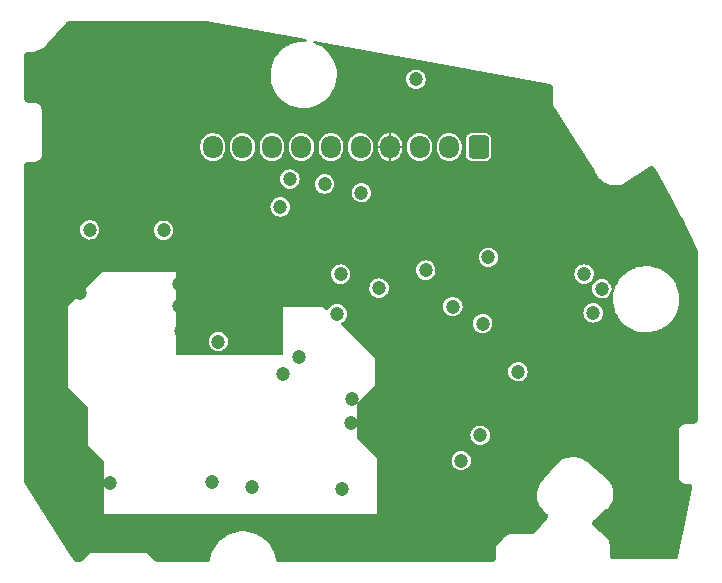
<source format=gbr>
%TF.GenerationSoftware,KiCad,Pcbnew,(6.0.6)*%
%TF.CreationDate,2023-05-08T04:54:07+09:00*%
%TF.ProjectId,128KB_64pin_Touch_R_halfduplex_x2,3132384b-425f-4363-9470-696e5f546f75,rev?*%
%TF.SameCoordinates,Original*%
%TF.FileFunction,Copper,L3,Inr*%
%TF.FilePolarity,Positive*%
%FSLAX46Y46*%
G04 Gerber Fmt 4.6, Leading zero omitted, Abs format (unit mm)*
G04 Created by KiCad (PCBNEW (6.0.6)) date 2023-05-08 04:54:07*
%MOMM*%
%LPD*%
G01*
G04 APERTURE LIST*
G04 Aperture macros list*
%AMRoundRect*
0 Rectangle with rounded corners*
0 $1 Rounding radius*
0 $2 $3 $4 $5 $6 $7 $8 $9 X,Y pos of 4 corners*
0 Add a 4 corners polygon primitive as box body*
4,1,4,$2,$3,$4,$5,$6,$7,$8,$9,$2,$3,0*
0 Add four circle primitives for the rounded corners*
1,1,$1+$1,$2,$3*
1,1,$1+$1,$4,$5*
1,1,$1+$1,$6,$7*
1,1,$1+$1,$8,$9*
0 Add four rect primitives between the rounded corners*
20,1,$1+$1,$2,$3,$4,$5,0*
20,1,$1+$1,$4,$5,$6,$7,0*
20,1,$1+$1,$6,$7,$8,$9,0*
20,1,$1+$1,$8,$9,$2,$3,0*%
G04 Aperture macros list end*
%TA.AperFunction,ComponentPad*%
%ADD10RoundRect,0.250000X0.600000X0.725000X-0.600000X0.725000X-0.600000X-0.725000X0.600000X-0.725000X0*%
%TD*%
%TA.AperFunction,ComponentPad*%
%ADD11O,1.700000X1.950000*%
%TD*%
%TA.AperFunction,ViaPad*%
%ADD12C,1.200000*%
%TD*%
G04 APERTURE END LIST*
D10*
%TO.N,Net-(D3-Pad2)*%
%TO.C,J1*%
X157514994Y-92000000D03*
D11*
%TO.N,Net-(C5-Pad1)*%
X155014994Y-92000000D03*
%TO.N,Net-(C10-Pad2)*%
X152514994Y-92000000D03*
%TO.N,GND*%
X150014994Y-92000000D03*
%TO.N,Net-(R3-Pad1)*%
X147514994Y-92000000D03*
%TO.N,Net-(J1-Pad6)*%
X145014994Y-92000000D03*
%TO.N,Net-(R1-Pad1)*%
X142514994Y-92000000D03*
%TO.N,Net-(C1-Pad1)*%
X140014994Y-92000000D03*
%TO.N,Net-(FL2-Pad2)*%
X137514994Y-92000000D03*
%TO.N,Net-(J1-Pad10)*%
X135014994Y-92000000D03*
%TD*%
D12*
%TO.N,+5V*%
X149080000Y-103950000D03*
X157650000Y-116410000D03*
X156050000Y-118550000D03*
X135480000Y-108480000D03*
X153030000Y-102420000D03*
X130840000Y-99040000D03*
%TO.N,+BATT*%
X167210000Y-106040000D03*
X166440000Y-102760000D03*
X167940000Y-104000000D03*
%TO.N,Net-(D4-Pad1)*%
X152210000Y-86270000D03*
%TO.N,GND*%
X123650000Y-117280000D03*
X127100000Y-125360000D03*
X161850000Y-113650000D03*
X145910000Y-120930000D03*
X156680000Y-123480000D03*
X127530000Y-85340000D03*
X168350000Y-123790000D03*
X148070000Y-114140000D03*
X163940000Y-112750000D03*
X162510000Y-87480000D03*
X132260000Y-91590000D03*
X134220000Y-89970000D03*
X120070000Y-111210000D03*
X130120000Y-93200000D03*
X123770000Y-104400000D03*
X171780000Y-95770000D03*
X154960000Y-86590000D03*
X132140000Y-105460000D03*
X138970000Y-83570000D03*
X124450000Y-94080000D03*
X171580000Y-126210000D03*
X127070000Y-93720000D03*
X137040000Y-85080000D03*
X120410000Y-85100000D03*
X132180000Y-103610000D03*
X161710000Y-96370000D03*
X138630000Y-87220000D03*
X171000000Y-109340000D03*
X160920000Y-123230000D03*
X154870000Y-125780000D03*
X173000000Y-111090000D03*
X150240000Y-118930000D03*
X134960000Y-120380000D03*
X157450000Y-125400000D03*
X150020000Y-120650000D03*
X144800000Y-125890000D03*
X170100000Y-115710000D03*
X131470000Y-90010000D03*
X165310000Y-115700000D03*
X167810000Y-118720000D03*
X122100000Y-121570000D03*
X147500000Y-125750000D03*
X123240000Y-115450000D03*
X123440000Y-123530000D03*
X121320000Y-106530000D03*
X154090000Y-123380000D03*
X127000000Y-90790000D03*
X138300000Y-120760000D03*
X172580000Y-113190000D03*
X173350000Y-119850000D03*
X142296712Y-109793341D03*
X167410000Y-111860000D03*
X160090000Y-119050000D03*
X119910000Y-100540000D03*
X163170000Y-100830000D03*
X168520000Y-101890000D03*
X121490000Y-93910000D03*
X133930000Y-82780000D03*
X174690000Y-101690000D03*
X168690000Y-113910000D03*
X141250000Y-93300000D03*
X174840000Y-109130000D03*
X165240000Y-92570000D03*
X149960000Y-96920000D03*
X132290000Y-107540000D03*
X142720000Y-125720000D03*
X137980000Y-101160000D03*
X146770000Y-113300000D03*
X126310000Y-120440000D03*
X120920000Y-118190000D03*
X174120000Y-123520000D03*
X121590000Y-90410000D03*
X120700000Y-115110000D03*
X146680000Y-115370000D03*
X138330000Y-109010000D03*
X161500000Y-121010000D03*
X148080000Y-84710000D03*
X150950000Y-125910000D03*
X167050000Y-96180000D03*
X134750000Y-86670000D03*
X131890000Y-85170000D03*
X123160000Y-119320000D03*
X129850000Y-82730000D03*
X129070000Y-91450000D03*
X173220000Y-117030000D03*
X124120000Y-82710000D03*
X151780000Y-123890000D03*
X158530000Y-96740000D03*
X124570000Y-88780000D03*
X130088218Y-86857628D03*
X154420000Y-110240000D03*
%TO.N,Net-(IC3-Pad3)*%
X145530000Y-106120000D03*
%TO.N,Net-(IC1-Pad4)*%
X160840000Y-111030000D03*
X124580000Y-99010000D03*
%TO.N,Net-(C5-Pad1)*%
X158338957Y-101348957D03*
%TO.N,Net-(C10-Pad2)*%
X155330000Y-105510000D03*
%TO.N,Net-(IC4-Pad58)*%
X141541857Y-94720999D03*
%TO.N,Net-(IC4-Pad59)*%
X144470000Y-95120500D03*
%TO.N,Net-(IC4-Pad60)*%
X147580000Y-95870000D03*
%TO.N,Net-(Q3-Pad3)*%
X145830000Y-102770000D03*
%TO.N,Net-(IC4-Pad61)*%
X140711043Y-97071043D03*
%TO.N,Net-(IC4-Pad19)*%
X140942062Y-111249972D03*
%TO.N,Net-(IC1-Pad2)*%
X157860000Y-106950000D03*
%TD*%
%TA.AperFunction,Conductor*%
%TO.N,GND*%
G36*
X134417142Y-81352115D02*
G01*
X142862058Y-82896581D01*
X142915897Y-82925649D01*
X142942369Y-82980811D01*
X142931362Y-83040998D01*
X142887079Y-83083221D01*
X142842692Y-83092954D01*
X142731728Y-83091211D01*
X142581434Y-83088850D01*
X142260069Y-83120926D01*
X142257281Y-83121534D01*
X142257274Y-83121535D01*
X141947308Y-83189119D01*
X141947306Y-83189120D01*
X141944520Y-83189727D01*
X141638970Y-83294340D01*
X141347468Y-83433379D01*
X141345062Y-83434888D01*
X141345057Y-83434891D01*
X141279950Y-83475733D01*
X141073880Y-83605001D01*
X140821830Y-83806931D01*
X140594660Y-84036493D01*
X140592899Y-84038739D01*
X140592898Y-84038740D01*
X140424117Y-84253994D01*
X140395380Y-84290643D01*
X140226633Y-84566014D01*
X140090654Y-84858955D01*
X140089760Y-84861660D01*
X140089757Y-84861666D01*
X140041256Y-85008320D01*
X139989246Y-85165584D01*
X139923754Y-85481836D01*
X139923501Y-85484674D01*
X139923500Y-85484679D01*
X139899572Y-85752790D01*
X139895044Y-85803520D01*
X139895119Y-85806370D01*
X139897351Y-85891635D01*
X139897917Y-85913230D01*
X139903498Y-86126372D01*
X139903900Y-86129199D01*
X139903901Y-86129207D01*
X139947589Y-86436169D01*
X139949004Y-86446112D01*
X139949730Y-86448880D01*
X139949731Y-86448884D01*
X139956045Y-86472950D01*
X140030959Y-86758504D01*
X140096921Y-86927688D01*
X140143674Y-87047603D01*
X140148275Y-87059405D01*
X140149607Y-87061920D01*
X140149608Y-87061923D01*
X140167127Y-87095010D01*
X140299399Y-87344828D01*
X140301011Y-87347173D01*
X140451667Y-87566379D01*
X140482327Y-87610990D01*
X140694634Y-87854363D01*
X140933507Y-88071721D01*
X140935823Y-88073385D01*
X140935824Y-88073386D01*
X141193461Y-88258517D01*
X141193465Y-88258520D01*
X141195780Y-88260183D01*
X141477976Y-88417251D01*
X141693374Y-88506472D01*
X141773722Y-88539753D01*
X141773725Y-88539754D01*
X141776354Y-88540843D01*
X142086961Y-88629322D01*
X142405678Y-88681514D01*
X142728282Y-88696727D01*
X142731127Y-88696533D01*
X142731131Y-88696533D01*
X143047651Y-88674955D01*
X143050497Y-88674761D01*
X143368051Y-88615906D01*
X143370767Y-88615071D01*
X143370773Y-88615069D01*
X143522394Y-88568424D01*
X143676736Y-88520942D01*
X143841048Y-88448813D01*
X143969856Y-88392271D01*
X143969863Y-88392268D01*
X143972461Y-88391127D01*
X143974914Y-88389694D01*
X143974923Y-88389689D01*
X144248836Y-88229627D01*
X144248839Y-88229625D01*
X144251305Y-88228184D01*
X144397792Y-88118199D01*
X144507292Y-88035985D01*
X144507299Y-88035979D01*
X144509574Y-88034271D01*
X144743842Y-87811958D01*
X144745670Y-87809772D01*
X144949179Y-87566379D01*
X144949184Y-87566372D01*
X144951007Y-87564192D01*
X145128320Y-87294258D01*
X145129594Y-87291725D01*
X145129598Y-87291718D01*
X145272157Y-87008270D01*
X145273433Y-87005733D01*
X145348448Y-86800745D01*
X145383441Y-86705124D01*
X145383442Y-86705121D01*
X145384423Y-86702440D01*
X145388055Y-86687314D01*
X145425150Y-86532801D01*
X145459817Y-86388401D01*
X145460162Y-86385555D01*
X145475540Y-86258472D01*
X151384388Y-86258472D01*
X151392488Y-86341086D01*
X151401811Y-86436169D01*
X151401812Y-86436174D01*
X151402351Y-86441671D01*
X151460455Y-86616338D01*
X151463320Y-86621069D01*
X151463322Y-86621073D01*
X151514226Y-86705124D01*
X151555813Y-86773792D01*
X151559655Y-86777771D01*
X151559657Y-86777773D01*
X151611472Y-86831429D01*
X151683684Y-86906207D01*
X151837714Y-87007001D01*
X152010247Y-87071165D01*
X152015731Y-87071897D01*
X152015732Y-87071897D01*
X152187222Y-87094779D01*
X152192708Y-87095511D01*
X152198213Y-87095010D01*
X152198216Y-87095010D01*
X152272487Y-87088250D01*
X152376028Y-87078827D01*
X152381286Y-87077119D01*
X152381289Y-87077118D01*
X152545832Y-87023655D01*
X152545834Y-87023654D01*
X152551097Y-87021944D01*
X152555853Y-87019109D01*
X152555855Y-87019108D01*
X152704462Y-86930520D01*
X152709213Y-86927688D01*
X152842517Y-86800745D01*
X152857780Y-86777773D01*
X152941321Y-86652032D01*
X152944384Y-86647422D01*
X153009751Y-86475341D01*
X153013470Y-86448884D01*
X153034937Y-86296136D01*
X153035370Y-86293055D01*
X153035692Y-86270000D01*
X153015173Y-86087069D01*
X152954636Y-85913230D01*
X152857089Y-85757123D01*
X152727382Y-85626507D01*
X152571960Y-85527873D01*
X152552959Y-85521107D01*
X152403760Y-85467980D01*
X152403758Y-85467980D01*
X152398547Y-85466124D01*
X152372282Y-85462992D01*
X152221260Y-85444983D01*
X152221257Y-85444983D01*
X152215764Y-85444328D01*
X152032695Y-85463570D01*
X151945566Y-85493231D01*
X151863679Y-85521107D01*
X151863675Y-85521109D01*
X151858437Y-85522892D01*
X151853727Y-85525790D01*
X151853722Y-85525792D01*
X151706362Y-85616449D01*
X151701653Y-85619346D01*
X151570135Y-85748138D01*
X151470418Y-85902868D01*
X151407460Y-86075845D01*
X151384388Y-86258472D01*
X145475540Y-86258472D01*
X145498351Y-86069969D01*
X145498351Y-86069966D01*
X145498616Y-86067778D01*
X145504152Y-85891635D01*
X145499072Y-85803520D01*
X145485725Y-85572054D01*
X145485561Y-85569208D01*
X145430034Y-85251055D01*
X145338308Y-84941392D01*
X145211598Y-84644324D01*
X145118579Y-84481244D01*
X145053000Y-84366273D01*
X145052999Y-84366271D01*
X145051583Y-84363789D01*
X144860385Y-84103504D01*
X144858454Y-84101426D01*
X144858449Y-84101420D01*
X144642478Y-83869008D01*
X144640538Y-83866920D01*
X144638374Y-83865072D01*
X144638369Y-83865067D01*
X144473230Y-83724026D01*
X144394955Y-83657173D01*
X144126892Y-83477042D01*
X143839902Y-83328915D01*
X143837238Y-83327908D01*
X143837235Y-83327907D01*
X143563735Y-83224560D01*
X143515984Y-83186304D01*
X143499839Y-83127287D01*
X143521466Y-83070052D01*
X143572606Y-83036460D01*
X143616538Y-83034566D01*
X155283870Y-85168371D01*
X163529201Y-86676336D01*
X163549809Y-86682479D01*
X163561827Y-86687540D01*
X163572962Y-86686983D01*
X163574839Y-86687314D01*
X163588086Y-86690603D01*
X163629294Y-86703909D01*
X163654106Y-86715961D01*
X163700300Y-86747019D01*
X163720827Y-86765451D01*
X163730956Y-86777494D01*
X163756657Y-86808051D01*
X163771298Y-86831429D01*
X163793983Y-86882261D01*
X163801606Y-86908773D01*
X163807693Y-86951910D01*
X163808663Y-86965870D01*
X163808662Y-86966457D01*
X163806167Y-86977327D01*
X163808632Y-86988201D01*
X163808632Y-86988202D01*
X163808873Y-86989264D01*
X163811323Y-87011151D01*
X163811323Y-88253327D01*
X163808766Y-88275681D01*
X163806168Y-88286890D01*
X163806167Y-88287608D01*
X163807409Y-88293053D01*
X163807410Y-88293061D01*
X163807884Y-88295138D01*
X163809900Y-88307581D01*
X163821131Y-88423149D01*
X163826129Y-88439861D01*
X163858266Y-88547317D01*
X163860150Y-88553618D01*
X163909709Y-88647812D01*
X163913825Y-88655636D01*
X163919090Y-88667461D01*
X163921688Y-88674504D01*
X163922081Y-88675105D01*
X163930191Y-88682896D01*
X163944630Y-88700363D01*
X165873239Y-91669970D01*
X167318363Y-93895123D01*
X167328492Y-93915536D01*
X167400067Y-94114514D01*
X167401167Y-94117571D01*
X167514618Y-94337527D01*
X167516462Y-94340182D01*
X167516464Y-94340185D01*
X167653959Y-94538128D01*
X167653963Y-94538133D01*
X167655810Y-94540792D01*
X167822325Y-94723889D01*
X168011315Y-94883684D01*
X168014034Y-94885431D01*
X168014040Y-94885435D01*
X168216823Y-95015696D01*
X168216829Y-95015699D01*
X168219545Y-95017444D01*
X168278029Y-95044983D01*
X168440529Y-95121502D01*
X168440533Y-95121504D01*
X168443454Y-95122879D01*
X168612517Y-95176882D01*
X168676132Y-95197203D01*
X168676135Y-95197204D01*
X168679210Y-95198186D01*
X168767199Y-95214041D01*
X168919585Y-95241501D01*
X168919590Y-95241502D01*
X168922778Y-95242076D01*
X168926016Y-95242230D01*
X168926020Y-95242230D01*
X169016611Y-95246525D01*
X169169991Y-95253797D01*
X169173215Y-95253527D01*
X169173222Y-95253527D01*
X169413385Y-95233421D01*
X169413389Y-95233420D01*
X169416619Y-95233150D01*
X169419786Y-95232460D01*
X169419788Y-95232460D01*
X169493307Y-95216449D01*
X169625332Y-95187697D01*
X169627704Y-95187932D01*
X169632810Y-95186069D01*
X169645199Y-95183371D01*
X169649990Y-95182451D01*
X169652471Y-95182038D01*
X169658057Y-95181747D01*
X169658748Y-95181550D01*
X169679537Y-95170081D01*
X169683122Y-95168198D01*
X169686764Y-95166380D01*
X169692024Y-95164461D01*
X169698424Y-95160305D01*
X169702054Y-95157948D01*
X169708136Y-95154302D01*
X169738843Y-95137361D01*
X169742867Y-95131701D01*
X169745097Y-95129998D01*
X171974047Y-93682642D01*
X171992969Y-93673064D01*
X172005591Y-93668295D01*
X172013280Y-93660221D01*
X172014589Y-93659353D01*
X172026620Y-93652534D01*
X172066044Y-93633697D01*
X172092687Y-93625332D01*
X172120181Y-93620818D01*
X172147675Y-93616305D01*
X172175595Y-93615713D01*
X172230919Y-93622402D01*
X172257891Y-93629629D01*
X172309153Y-93651506D01*
X172333029Y-93665976D01*
X172376141Y-93701297D01*
X172395029Y-93721864D01*
X172420109Y-93758416D01*
X172427226Y-93770568D01*
X172429803Y-93781388D01*
X172434064Y-93786632D01*
X172436050Y-93793090D01*
X172443623Y-93801269D01*
X172443698Y-93801400D01*
X172457013Y-93819612D01*
X173214455Y-95156017D01*
X173215411Y-95157703D01*
X173216244Y-95159203D01*
X173966645Y-96538770D01*
X173967392Y-96540173D01*
X174674529Y-97896053D01*
X174693562Y-97932547D01*
X174694332Y-97934054D01*
X175346624Y-99239865D01*
X175396098Y-99338905D01*
X175396851Y-99340445D01*
X176023711Y-100652119D01*
X176045822Y-100698386D01*
X176055498Y-100741074D01*
X176055498Y-115086188D01*
X176052980Y-115108373D01*
X176050342Y-115119846D01*
X176052737Y-115130431D01*
X176051585Y-115144903D01*
X176043291Y-115197267D01*
X176033719Y-115226725D01*
X176005416Y-115282272D01*
X175987214Y-115307326D01*
X175943120Y-115351419D01*
X175918070Y-115369618D01*
X175862517Y-115397923D01*
X175833063Y-115407493D01*
X175780435Y-115415828D01*
X175766591Y-115416906D01*
X175756358Y-115414552D01*
X175745483Y-115417013D01*
X175745479Y-115417013D01*
X175743874Y-115417376D01*
X175722348Y-115419816D01*
X175416975Y-115420808D01*
X175190090Y-115421545D01*
X175167417Y-115418989D01*
X175162149Y-115417768D01*
X175162148Y-115417768D01*
X175156686Y-115416502D01*
X175155968Y-115416501D01*
X175150521Y-115417744D01*
X175150512Y-115417745D01*
X175148282Y-115418254D01*
X175135967Y-115420258D01*
X175018653Y-115431817D01*
X174886616Y-115471873D01*
X174882328Y-115474165D01*
X174882323Y-115474167D01*
X174777364Y-115530269D01*
X174764929Y-115536916D01*
X174658268Y-115624448D01*
X174570732Y-115731106D01*
X174568439Y-115735396D01*
X174568438Y-115735397D01*
X174513943Y-115837339D01*
X174505683Y-115852790D01*
X174504271Y-115857444D01*
X174493547Y-115892790D01*
X174465622Y-115984825D01*
X174465145Y-115989665D01*
X174454145Y-116101262D01*
X174452062Y-116113917D01*
X174450322Y-116121421D01*
X174450321Y-116122139D01*
X174453000Y-116133887D01*
X174455477Y-116155896D01*
X174455477Y-119787862D01*
X174452918Y-119810226D01*
X174450322Y-119821421D01*
X174450321Y-119822139D01*
X174451563Y-119827585D01*
X174451563Y-119827586D01*
X174452157Y-119830190D01*
X174454158Y-119842503D01*
X174465667Y-119959458D01*
X174505711Y-120091501D01*
X174570746Y-120213194D01*
X174573831Y-120216954D01*
X174573832Y-120216955D01*
X174584805Y-120230327D01*
X174658273Y-120319861D01*
X174662029Y-120322944D01*
X174662031Y-120322946D01*
X174761168Y-120404317D01*
X174764928Y-120407403D01*
X174886613Y-120472454D01*
X174891260Y-120473864D01*
X174891265Y-120473866D01*
X175014000Y-120511104D01*
X175018651Y-120512515D01*
X175023487Y-120512992D01*
X175023489Y-120512992D01*
X175083677Y-120518923D01*
X175135083Y-120523989D01*
X175147729Y-120526069D01*
X175149782Y-120526545D01*
X175149786Y-120526545D01*
X175155250Y-120527812D01*
X175155968Y-120527813D01*
X175161409Y-120526572D01*
X175161419Y-120526571D01*
X175167709Y-120525136D01*
X175189723Y-120522657D01*
X175281939Y-120522657D01*
X175304138Y-120525179D01*
X175315586Y-120527813D01*
X175326461Y-120525354D01*
X175326802Y-120525355D01*
X175341257Y-120526444D01*
X175388890Y-120533570D01*
X175416872Y-120542129D01*
X175470087Y-120567521D01*
X175494337Y-120583882D01*
X175537808Y-120623725D01*
X175556217Y-120646465D01*
X175586137Y-120697271D01*
X175597097Y-120724408D01*
X175610853Y-120781736D01*
X175613401Y-120810889D01*
X175610432Y-120859361D01*
X175608530Y-120873234D01*
X175603946Y-120883085D01*
X175604121Y-120896484D01*
X175602111Y-120917660D01*
X174826772Y-124698664D01*
X174424828Y-126658772D01*
X174418232Y-126678580D01*
X174417925Y-126679975D01*
X174413169Y-126690061D01*
X174413257Y-126701211D01*
X174412734Y-126703591D01*
X174408985Y-126716433D01*
X174394424Y-126756125D01*
X174381730Y-126780003D01*
X174352070Y-126821059D01*
X174302668Y-126857157D01*
X174274662Y-126862044D01*
X173262460Y-126891094D01*
X173259620Y-126891135D01*
X168932920Y-126891135D01*
X168910737Y-126888617D01*
X168899263Y-126885979D01*
X168888675Y-126888375D01*
X168874201Y-126887223D01*
X168821834Y-126878930D01*
X168792376Y-126869360D01*
X168736815Y-126841052D01*
X168711758Y-126822848D01*
X168667668Y-126778762D01*
X168649460Y-126753704D01*
X168641955Y-126738975D01*
X168621149Y-126698146D01*
X168611577Y-126668692D01*
X168610005Y-126658772D01*
X168603286Y-126616370D01*
X168602190Y-126602297D01*
X168604562Y-126591980D01*
X168601849Y-126579994D01*
X168599406Y-126558138D01*
X168599406Y-125638958D01*
X168601969Y-125616576D01*
X168603292Y-125610875D01*
X168604561Y-125605409D01*
X168604562Y-125604691D01*
X168603322Y-125599247D01*
X168603321Y-125599240D01*
X168601930Y-125593135D01*
X168599808Y-125579472D01*
X168592316Y-125490701D01*
X168592316Y-125490698D01*
X168591964Y-125486533D01*
X168581180Y-125444844D01*
X168563315Y-125375785D01*
X168563314Y-125375782D01*
X168562267Y-125371735D01*
X168534743Y-125310441D01*
X168515407Y-125267383D01*
X168513692Y-125263564D01*
X168447621Y-125165100D01*
X168440224Y-125157316D01*
X168383941Y-125098093D01*
X168374936Y-125087145D01*
X168371454Y-125082233D01*
X168371451Y-125082230D01*
X168368214Y-125077663D01*
X168367678Y-125077185D01*
X168362486Y-125074334D01*
X168355721Y-125070620D01*
X168338402Y-125058542D01*
X167195963Y-124064992D01*
X167192989Y-124062022D01*
X167189100Y-124054779D01*
X167180327Y-124048389D01*
X167171664Y-124036739D01*
X167143197Y-123991506D01*
X167131003Y-123963032D01*
X167115624Y-123902180D01*
X167112826Y-123871332D01*
X167117005Y-123808705D01*
X167123876Y-123778502D01*
X167147205Y-123720227D01*
X167163075Y-123693625D01*
X167197192Y-123652704D01*
X167207123Y-123642552D01*
X167216473Y-123637532D01*
X167223431Y-123627979D01*
X167238505Y-123611548D01*
X167270108Y-123584077D01*
X168319232Y-122672118D01*
X168337598Y-122659481D01*
X168348023Y-122653923D01*
X168348565Y-122653451D01*
X168351700Y-122649143D01*
X168353482Y-122647274D01*
X168516651Y-122482954D01*
X168516654Y-122482951D01*
X168519142Y-122480445D01*
X168664050Y-122285512D01*
X168779775Y-122071960D01*
X168786470Y-122053845D01*
X168862746Y-121847430D01*
X168862747Y-121847426D01*
X168863967Y-121844125D01*
X168914915Y-121606635D01*
X168931586Y-121364315D01*
X168921000Y-121221432D01*
X168913902Y-121125617D01*
X168913901Y-121125612D01*
X168913640Y-121122085D01*
X168861442Y-120884867D01*
X168813124Y-120756200D01*
X168777293Y-120660783D01*
X168777292Y-120660780D01*
X168776052Y-120657479D01*
X168763015Y-120633719D01*
X168660904Y-120447634D01*
X168660903Y-120447633D01*
X168659205Y-120444538D01*
X168518128Y-120256829D01*
X168516805Y-120254987D01*
X168514358Y-120250378D01*
X168513888Y-120249836D01*
X168487167Y-120230326D01*
X168480601Y-120225090D01*
X168466916Y-120213194D01*
X166780041Y-118746895D01*
X166764887Y-118730354D01*
X166761376Y-118725520D01*
X166761373Y-118725517D01*
X166758065Y-118720962D01*
X166757523Y-118720491D01*
X166752614Y-118717869D01*
X166750244Y-118716237D01*
X166746521Y-118713544D01*
X166740424Y-118708914D01*
X166558376Y-118570684D01*
X166341998Y-118447215D01*
X166339000Y-118445991D01*
X166338996Y-118445989D01*
X166132886Y-118361837D01*
X166111355Y-118353046D01*
X166108219Y-118352223D01*
X166108214Y-118352221D01*
X165873523Y-118290607D01*
X165873516Y-118290606D01*
X165870394Y-118289786D01*
X165823024Y-118283794D01*
X165626449Y-118258926D01*
X165626444Y-118258926D01*
X165623237Y-118258520D01*
X165620009Y-118258536D01*
X165620003Y-118258536D01*
X165506212Y-118259113D01*
X165374114Y-118259782D01*
X165370901Y-118260222D01*
X165370895Y-118260222D01*
X165268789Y-118274191D01*
X165127287Y-118293550D01*
X164886979Y-118359246D01*
X164657301Y-118455747D01*
X164442185Y-118581401D01*
X164439622Y-118583388D01*
X164439621Y-118583389D01*
X164247872Y-118732071D01*
X164247868Y-118732074D01*
X164245310Y-118734058D01*
X164243030Y-118736361D01*
X164243028Y-118736363D01*
X164079201Y-118901857D01*
X164075689Y-118905235D01*
X164074237Y-118906564D01*
X164069702Y-118909857D01*
X164069230Y-118910399D01*
X164066593Y-118915336D01*
X164063633Y-118920876D01*
X164051005Y-118939204D01*
X163053114Y-120086304D01*
X163038725Y-120098535D01*
X163039344Y-120099322D01*
X163034964Y-120102763D01*
X163030220Y-120105695D01*
X163029709Y-120106199D01*
X163028832Y-120107581D01*
X163026870Y-120109124D01*
X163027502Y-120109679D01*
X162899579Y-120255267D01*
X162857804Y-120302810D01*
X162713886Y-120520689D01*
X162706732Y-120535629D01*
X162629329Y-120697271D01*
X162601110Y-120756200D01*
X162521594Y-121004918D01*
X162521013Y-121008257D01*
X162521012Y-121008261D01*
X162492052Y-121174692D01*
X162476830Y-121262173D01*
X162467661Y-121523132D01*
X162494258Y-121782894D01*
X162556122Y-122036580D01*
X162557368Y-122039734D01*
X162557370Y-122039739D01*
X162641440Y-122252475D01*
X162652090Y-122279425D01*
X162780361Y-122506869D01*
X162938524Y-122714638D01*
X163119534Y-122894774D01*
X163119813Y-122895065D01*
X163122601Y-122898899D01*
X163123142Y-122899370D01*
X163128084Y-122902007D01*
X163128090Y-122902011D01*
X163133419Y-122904854D01*
X163151865Y-122917569D01*
X163321882Y-123065769D01*
X163325013Y-123068897D01*
X163328993Y-123076293D01*
X163337773Y-123082675D01*
X163346444Y-123094315D01*
X163375033Y-123139649D01*
X163387252Y-123168107D01*
X163402726Y-123229093D01*
X163405554Y-123259937D01*
X163401425Y-123322724D01*
X163394582Y-123352933D01*
X163371255Y-123411366D01*
X163355415Y-123437979D01*
X163341579Y-123454608D01*
X163320816Y-123479562D01*
X163311235Y-123489376D01*
X163302042Y-123494323D01*
X163295487Y-123503341D01*
X163295486Y-123503342D01*
X163282798Y-123520798D01*
X163277421Y-123527555D01*
X162334870Y-124611391D01*
X162318225Y-124626574D01*
X162318123Y-124626689D01*
X162309079Y-124633200D01*
X162303752Y-124642990D01*
X162302760Y-124644115D01*
X162292883Y-124653849D01*
X162258081Y-124683641D01*
X162234439Y-124698663D01*
X162181783Y-124722436D01*
X162154885Y-124730234D01*
X162119944Y-124735165D01*
X162108982Y-124736712D01*
X162094873Y-124737677D01*
X162084037Y-124735166D01*
X162071774Y-124737918D01*
X162050096Y-124740321D01*
X160691603Y-124740321D01*
X160669246Y-124737763D01*
X160663510Y-124736433D01*
X160663501Y-124736432D01*
X160658040Y-124735166D01*
X160657322Y-124735165D01*
X160652327Y-124736304D01*
X160650969Y-124736429D01*
X160541125Y-124744284D01*
X160414695Y-124753325D01*
X160177008Y-124805029D01*
X159987507Y-124875708D01*
X159964971Y-124884113D01*
X159949098Y-124890033D01*
X159735606Y-125006607D01*
X159732777Y-125008725D01*
X159732772Y-125008728D01*
X159565695Y-125133801D01*
X159540878Y-125152379D01*
X159368877Y-125324379D01*
X159223106Y-125519108D01*
X159106532Y-125732601D01*
X159021528Y-125960510D01*
X158969825Y-126198198D01*
X158959966Y-126336066D01*
X158953047Y-126432823D01*
X158952842Y-126435025D01*
X158951664Y-126440106D01*
X158951663Y-126440824D01*
X158954341Y-126452563D01*
X158956819Y-126474573D01*
X158956819Y-126806797D01*
X158954300Y-126828988D01*
X158951663Y-126840453D01*
X158954058Y-126851040D01*
X158952906Y-126865512D01*
X158951169Y-126876477D01*
X158944610Y-126917878D01*
X158935038Y-126947333D01*
X158906733Y-127002883D01*
X158888528Y-127027941D01*
X158844439Y-127072030D01*
X158819382Y-127090234D01*
X158763833Y-127118539D01*
X158734381Y-127128110D01*
X158681797Y-127136440D01*
X158667916Y-127137521D01*
X158657670Y-127135165D01*
X158646796Y-127137626D01*
X158645678Y-127137879D01*
X158623825Y-127140321D01*
X140650391Y-127140321D01*
X140628171Y-127137795D01*
X140616752Y-127135165D01*
X140605876Y-127137622D01*
X140604037Y-127137618D01*
X140590384Y-127136642D01*
X140547309Y-127130550D01*
X140520734Y-127122889D01*
X140519041Y-127122131D01*
X140469800Y-127100094D01*
X140446381Y-127085381D01*
X140403737Y-127049383D01*
X140385305Y-127028768D01*
X140354281Y-126982374D01*
X140342274Y-126957470D01*
X140330482Y-126920549D01*
X140326043Y-126896219D01*
X140326341Y-126891365D01*
X140326223Y-126890657D01*
X140326190Y-126890577D01*
X140326195Y-126890490D01*
X140325583Y-126889008D01*
X140325440Y-126886243D01*
X140324527Y-126886450D01*
X140288864Y-126728972D01*
X140255622Y-126582183D01*
X140151502Y-126283396D01*
X140014466Y-125998202D01*
X139846251Y-125730213D01*
X139844521Y-125728043D01*
X139844515Y-125728035D01*
X139650724Y-125485002D01*
X139650721Y-125484999D01*
X139648987Y-125482824D01*
X139646453Y-125480291D01*
X139468376Y-125302341D01*
X139425174Y-125259169D01*
X139177645Y-125062080D01*
X138909537Y-124894054D01*
X138624246Y-124757221D01*
X138325386Y-124653312D01*
X138016743Y-124583644D01*
X137702226Y-124549101D01*
X137699424Y-124549110D01*
X137388610Y-124550109D01*
X137388609Y-124550109D01*
X137385819Y-124550118D01*
X137071530Y-124586684D01*
X137068824Y-124587313D01*
X137068819Y-124587314D01*
X136824508Y-124644115D01*
X136763341Y-124658336D01*
X136760713Y-124659269D01*
X136760712Y-124659269D01*
X136467787Y-124763231D01*
X136467783Y-124763232D01*
X136465156Y-124764165D01*
X136251982Y-124868101D01*
X136198753Y-124894054D01*
X136180751Y-124902831D01*
X135913730Y-125072578D01*
X135667474Y-125271255D01*
X135665510Y-125273243D01*
X135458463Y-125482824D01*
X135445104Y-125496346D01*
X135443383Y-125498533D01*
X135261071Y-125730213D01*
X135249436Y-125744998D01*
X135082948Y-126014064D01*
X135081759Y-126016580D01*
X134954414Y-126286034D01*
X134947750Y-126300134D01*
X134946850Y-126302771D01*
X134946848Y-126302776D01*
X134850564Y-126584904D01*
X134845554Y-126599584D01*
X134781081Y-126893028D01*
X134780770Y-126892960D01*
X134780690Y-126893859D01*
X134779047Y-126897355D01*
X134779090Y-126902089D01*
X134778757Y-126903606D01*
X134777046Y-126907795D01*
X134776931Y-126908504D01*
X134777038Y-126910171D01*
X134774623Y-126918756D01*
X134774458Y-126918710D01*
X134771802Y-126931697D01*
X134759199Y-126965662D01*
X134745847Y-126990268D01*
X134714736Y-127032133D01*
X134711739Y-127036166D01*
X134692028Y-127056051D01*
X134646441Y-127090558D01*
X134621949Y-127104131D01*
X134568519Y-127124495D01*
X134541209Y-127130666D01*
X134496227Y-127134289D01*
X134482017Y-127134411D01*
X134481492Y-127134378D01*
X134470798Y-127131215D01*
X134459795Y-127133002D01*
X134459793Y-127133002D01*
X134449464Y-127134680D01*
X134433593Y-127135960D01*
X130357813Y-127135960D01*
X130335628Y-127133442D01*
X130324155Y-127130804D01*
X130313280Y-127133264D01*
X130309595Y-127133258D01*
X130296846Y-127132411D01*
X130267854Y-127128594D01*
X130259209Y-127127456D01*
X130234246Y-127120767D01*
X130186095Y-127100820D01*
X130163720Y-127087900D01*
X130133206Y-127064483D01*
X130123355Y-127055827D01*
X130121840Y-127054306D01*
X130115924Y-127044856D01*
X130106494Y-127038905D01*
X130105515Y-127038287D01*
X130088345Y-127024568D01*
X129629245Y-126565468D01*
X129615249Y-126547857D01*
X129612131Y-126542858D01*
X129609158Y-126538091D01*
X129608651Y-126537583D01*
X129603119Y-126534106D01*
X129602245Y-126533557D01*
X129592123Y-126526268D01*
X129500746Y-126451287D01*
X129379050Y-126386247D01*
X129251686Y-126347617D01*
X129251660Y-126347609D01*
X129251658Y-126347609D01*
X129247004Y-126346197D01*
X129130560Y-126334732D01*
X129117912Y-126332652D01*
X129110400Y-126330911D01*
X129109682Y-126330910D01*
X129098285Y-126333510D01*
X129097952Y-126333586D01*
X129075933Y-126336066D01*
X124957967Y-126336066D01*
X124935615Y-126333510D01*
X124929861Y-126332176D01*
X124929855Y-126332175D01*
X124924400Y-126330911D01*
X124923682Y-126330910D01*
X124916133Y-126332633D01*
X124903825Y-126334634D01*
X124837080Y-126341209D01*
X124791204Y-126345728D01*
X124791203Y-126345728D01*
X124786363Y-126346205D01*
X124747089Y-126358119D01*
X124658975Y-126384848D01*
X124658970Y-126384850D01*
X124654322Y-126386260D01*
X124650038Y-126388550D01*
X124650035Y-126388551D01*
X124588239Y-126421581D01*
X124532631Y-126451304D01*
X124452154Y-126517347D01*
X124442192Y-126525522D01*
X124431775Y-126532997D01*
X124425226Y-126537081D01*
X124424718Y-126537588D01*
X124421747Y-126542314D01*
X124421745Y-126542317D01*
X124418311Y-126547780D01*
X124404499Y-126565098D01*
X123945408Y-127024189D01*
X123927941Y-127038095D01*
X123927411Y-127038427D01*
X123927410Y-127038428D01*
X123917963Y-127044343D01*
X123912016Y-127053769D01*
X123909405Y-127056371D01*
X123899790Y-127064788D01*
X123869668Y-127087902D01*
X123847288Y-127100824D01*
X123799142Y-127120767D01*
X123774181Y-127127455D01*
X123736152Y-127132460D01*
X123723066Y-127133306D01*
X123720810Y-127133302D01*
X123709948Y-127130804D01*
X123699075Y-127133264D01*
X123699074Y-127133264D01*
X123697948Y-127133519D01*
X123676101Y-127135960D01*
X123498544Y-127135960D01*
X123476393Y-127133450D01*
X123475734Y-127133299D01*
X123464866Y-127130804D01*
X123453990Y-127133269D01*
X123449015Y-127133262D01*
X123436850Y-127132494D01*
X123402807Y-127128229D01*
X123378890Y-127122132D01*
X123332594Y-127103927D01*
X123310929Y-127092101D01*
X123270578Y-127063010D01*
X123252507Y-127046186D01*
X123230459Y-127019802D01*
X123223046Y-127009694D01*
X123220975Y-127006458D01*
X123217203Y-126995967D01*
X123208927Y-126987827D01*
X123194818Y-126970385D01*
X123142714Y-126888478D01*
X122768443Y-126300134D01*
X119113521Y-120554686D01*
X119104103Y-120535629D01*
X119103319Y-120533491D01*
X119099482Y-120523025D01*
X119091485Y-120515258D01*
X119085415Y-120505906D01*
X119086221Y-120505383D01*
X119080291Y-120497432D01*
X119079907Y-120496695D01*
X119072779Y-120483044D01*
X119065632Y-120465401D01*
X119054710Y-120428609D01*
X119051073Y-120409928D01*
X119050860Y-120407710D01*
X119049565Y-120394265D01*
X119049109Y-120384577D01*
X119049131Y-120373440D01*
X119051633Y-120362575D01*
X119048912Y-120350534D01*
X119046477Y-120328712D01*
X119046477Y-112360000D01*
X122770000Y-112360000D01*
X124401004Y-113991004D01*
X124428781Y-114045521D01*
X124430000Y-114061008D01*
X124430000Y-117240000D01*
X125791004Y-118601004D01*
X125818781Y-118655521D01*
X125820000Y-118671008D01*
X125820000Y-123110000D01*
X148950000Y-123110000D01*
X148950000Y-118538472D01*
X155224388Y-118538472D01*
X155227779Y-118573055D01*
X155241811Y-118716169D01*
X155241812Y-118716174D01*
X155242351Y-118721671D01*
X155300455Y-118896338D01*
X155303320Y-118901069D01*
X155303322Y-118901073D01*
X155373459Y-119016881D01*
X155395813Y-119053792D01*
X155523684Y-119186207D01*
X155677714Y-119287001D01*
X155850247Y-119351165D01*
X155855731Y-119351897D01*
X155855732Y-119351897D01*
X156027222Y-119374779D01*
X156032708Y-119375511D01*
X156038213Y-119375010D01*
X156038216Y-119375010D01*
X156112487Y-119368250D01*
X156216028Y-119358827D01*
X156221286Y-119357119D01*
X156221289Y-119357118D01*
X156385832Y-119303655D01*
X156385834Y-119303654D01*
X156391097Y-119301944D01*
X156395853Y-119299109D01*
X156395855Y-119299108D01*
X156544462Y-119210520D01*
X156549213Y-119207688D01*
X156682517Y-119080745D01*
X156697780Y-119057773D01*
X156781321Y-118932032D01*
X156784384Y-118927422D01*
X156849751Y-118755341D01*
X156852419Y-118736363D01*
X156874937Y-118576136D01*
X156875370Y-118573055D01*
X156875692Y-118550000D01*
X156855173Y-118367069D01*
X156794636Y-118193230D01*
X156697089Y-118037123D01*
X156567382Y-117906507D01*
X156411960Y-117807873D01*
X156392959Y-117801107D01*
X156243760Y-117747980D01*
X156243758Y-117747980D01*
X156238547Y-117746124D01*
X156212282Y-117742992D01*
X156061260Y-117724983D01*
X156061257Y-117724983D01*
X156055764Y-117724328D01*
X155872695Y-117743570D01*
X155785566Y-117773231D01*
X155703679Y-117801107D01*
X155703675Y-117801109D01*
X155698437Y-117802892D01*
X155693727Y-117805790D01*
X155693722Y-117805792D01*
X155546362Y-117896449D01*
X155541653Y-117899346D01*
X155410135Y-118028138D01*
X155310418Y-118182868D01*
X155247460Y-118355845D01*
X155224388Y-118538472D01*
X148950000Y-118538472D01*
X148950000Y-118300000D01*
X147248996Y-116598996D01*
X147221219Y-116544479D01*
X147220000Y-116528992D01*
X147220000Y-116398472D01*
X156824388Y-116398472D01*
X156825824Y-116413116D01*
X156841811Y-116576169D01*
X156841812Y-116576174D01*
X156842351Y-116581671D01*
X156900455Y-116756338D01*
X156903320Y-116761069D01*
X156903322Y-116761073D01*
X156919280Y-116787422D01*
X156995813Y-116913792D01*
X157123684Y-117046207D01*
X157277714Y-117147001D01*
X157450247Y-117211165D01*
X157455731Y-117211897D01*
X157455732Y-117211897D01*
X157548837Y-117224320D01*
X157632708Y-117235511D01*
X157638213Y-117235010D01*
X157638216Y-117235010D01*
X157712487Y-117228250D01*
X157816028Y-117218827D01*
X157821286Y-117217119D01*
X157821289Y-117217118D01*
X157985832Y-117163655D01*
X157985834Y-117163654D01*
X157991097Y-117161944D01*
X157995853Y-117159109D01*
X157995855Y-117159108D01*
X158144462Y-117070520D01*
X158149213Y-117067688D01*
X158282517Y-116940745D01*
X158297780Y-116917773D01*
X158381321Y-116792032D01*
X158384384Y-116787422D01*
X158449751Y-116615341D01*
X158452049Y-116598996D01*
X158474937Y-116436136D01*
X158475370Y-116433055D01*
X158475692Y-116410000D01*
X158455173Y-116227069D01*
X158394636Y-116053230D01*
X158297089Y-115897123D01*
X158221280Y-115820783D01*
X158171282Y-115770434D01*
X158171280Y-115770433D01*
X158167382Y-115766507D01*
X158011960Y-115667873D01*
X157900553Y-115628203D01*
X157843760Y-115607980D01*
X157843758Y-115607980D01*
X157838547Y-115606124D01*
X157812282Y-115602992D01*
X157661260Y-115584983D01*
X157661257Y-115584983D01*
X157655764Y-115584328D01*
X157472695Y-115603570D01*
X157411366Y-115624448D01*
X157303679Y-115661107D01*
X157303675Y-115661109D01*
X157298437Y-115662892D01*
X157293727Y-115665790D01*
X157293722Y-115665792D01*
X157146362Y-115756449D01*
X157141653Y-115759346D01*
X157137704Y-115763213D01*
X157137703Y-115763214D01*
X157076920Y-115822737D01*
X157010135Y-115888138D01*
X156910418Y-116042868D01*
X156847460Y-116215845D01*
X156824388Y-116398472D01*
X147220000Y-116398472D01*
X147220000Y-113711008D01*
X147238907Y-113652817D01*
X147248996Y-113641004D01*
X148730000Y-112160000D01*
X148730000Y-111018472D01*
X160014388Y-111018472D01*
X160015824Y-111033116D01*
X160031811Y-111196169D01*
X160031812Y-111196174D01*
X160032351Y-111201671D01*
X160090455Y-111376338D01*
X160093320Y-111381069D01*
X160093322Y-111381073D01*
X160109280Y-111407422D01*
X160185813Y-111533792D01*
X160313684Y-111666207D01*
X160467714Y-111767001D01*
X160640247Y-111831165D01*
X160645731Y-111831897D01*
X160645732Y-111831897D01*
X160817222Y-111854779D01*
X160822708Y-111855511D01*
X160828213Y-111855010D01*
X160828216Y-111855010D01*
X160902487Y-111848250D01*
X161006028Y-111838827D01*
X161011286Y-111837119D01*
X161011289Y-111837118D01*
X161175832Y-111783655D01*
X161175834Y-111783654D01*
X161181097Y-111781944D01*
X161185853Y-111779109D01*
X161185855Y-111779108D01*
X161334462Y-111690520D01*
X161339213Y-111687688D01*
X161472517Y-111560745D01*
X161487780Y-111537773D01*
X161571321Y-111412032D01*
X161574384Y-111407422D01*
X161639751Y-111235341D01*
X161645257Y-111196169D01*
X161664937Y-111056136D01*
X161665370Y-111053055D01*
X161665692Y-111030000D01*
X161645173Y-110847069D01*
X161584636Y-110673230D01*
X161487089Y-110517123D01*
X161357382Y-110386507D01*
X161201960Y-110287873D01*
X161182959Y-110281107D01*
X161033760Y-110227980D01*
X161033758Y-110227980D01*
X161028547Y-110226124D01*
X161002282Y-110222992D01*
X160851260Y-110204983D01*
X160851257Y-110204983D01*
X160845764Y-110204328D01*
X160662695Y-110223570D01*
X160575566Y-110253231D01*
X160493679Y-110281107D01*
X160493675Y-110281109D01*
X160488437Y-110282892D01*
X160483727Y-110285790D01*
X160483722Y-110285792D01*
X160336362Y-110376449D01*
X160331653Y-110379346D01*
X160200135Y-110508138D01*
X160100418Y-110662868D01*
X160037460Y-110835845D01*
X160014388Y-111018472D01*
X148730000Y-111018472D01*
X148730000Y-109910000D01*
X145848483Y-107028483D01*
X145820706Y-106973966D01*
X145826327Y-106938472D01*
X157034388Y-106938472D01*
X157038081Y-106976136D01*
X157051811Y-107116169D01*
X157051812Y-107116174D01*
X157052351Y-107121671D01*
X157110455Y-107296338D01*
X157113320Y-107301069D01*
X157113322Y-107301073D01*
X157168554Y-107392271D01*
X157205813Y-107453792D01*
X157333684Y-107586207D01*
X157487714Y-107687001D01*
X157660247Y-107751165D01*
X157665731Y-107751897D01*
X157665732Y-107751897D01*
X157837222Y-107774779D01*
X157842708Y-107775511D01*
X157848213Y-107775010D01*
X157848216Y-107775010D01*
X157922487Y-107768250D01*
X158026028Y-107758827D01*
X158031286Y-107757119D01*
X158031289Y-107757118D01*
X158195832Y-107703655D01*
X158195834Y-107703654D01*
X158201097Y-107701944D01*
X158205853Y-107699109D01*
X158205855Y-107699108D01*
X158354462Y-107610520D01*
X158359213Y-107607688D01*
X158492517Y-107480745D01*
X158507780Y-107457773D01*
X158591321Y-107332032D01*
X158594384Y-107327422D01*
X158659751Y-107155341D01*
X158665257Y-107116169D01*
X158684937Y-106976136D01*
X158685370Y-106973055D01*
X158685692Y-106950000D01*
X158665173Y-106767069D01*
X158604636Y-106593230D01*
X158507089Y-106437123D01*
X158390114Y-106319328D01*
X158381282Y-106310434D01*
X158381280Y-106310433D01*
X158377382Y-106306507D01*
X158221960Y-106207873D01*
X158117060Y-106170520D01*
X158053760Y-106147980D01*
X158053758Y-106147980D01*
X158048547Y-106146124D01*
X158015858Y-106142226D01*
X157871260Y-106124983D01*
X157871257Y-106124983D01*
X157865764Y-106124328D01*
X157682695Y-106143570D01*
X157611849Y-106167688D01*
X157513679Y-106201107D01*
X157513675Y-106201109D01*
X157508437Y-106202892D01*
X157503727Y-106205790D01*
X157503722Y-106205792D01*
X157431033Y-106250511D01*
X157351653Y-106299346D01*
X157347704Y-106303213D01*
X157347703Y-106303214D01*
X157307778Y-106342312D01*
X157220135Y-106428138D01*
X157120418Y-106582868D01*
X157057460Y-106755845D01*
X157034388Y-106938472D01*
X145826327Y-106938472D01*
X145830277Y-106913534D01*
X145872077Y-106873588D01*
X145871097Y-106871944D01*
X145925965Y-106839236D01*
X146029213Y-106777688D01*
X146162517Y-106650745D01*
X146264384Y-106497422D01*
X146329751Y-106325341D01*
X146330667Y-106318827D01*
X146354937Y-106146136D01*
X146355370Y-106143055D01*
X146355692Y-106120000D01*
X146335173Y-105937069D01*
X146274636Y-105763230D01*
X146177089Y-105607123D01*
X146106596Y-105536136D01*
X146069194Y-105498472D01*
X154504388Y-105498472D01*
X154507779Y-105533055D01*
X154521811Y-105676169D01*
X154521812Y-105676174D01*
X154522351Y-105681671D01*
X154580455Y-105856338D01*
X154583320Y-105861069D01*
X154583322Y-105861073D01*
X154669313Y-106003060D01*
X154675813Y-106013792D01*
X154679655Y-106017771D01*
X154679657Y-106017773D01*
X154705530Y-106044565D01*
X154803684Y-106146207D01*
X154957714Y-106247001D01*
X155130247Y-106311165D01*
X155135731Y-106311897D01*
X155135732Y-106311897D01*
X155307222Y-106334779D01*
X155312708Y-106335511D01*
X155318213Y-106335010D01*
X155318216Y-106335010D01*
X155392487Y-106328250D01*
X155496028Y-106318827D01*
X155501286Y-106317119D01*
X155501289Y-106317118D01*
X155665832Y-106263655D01*
X155665834Y-106263654D01*
X155671097Y-106261944D01*
X155675853Y-106259109D01*
X155675855Y-106259108D01*
X155824462Y-106170520D01*
X155829213Y-106167688D01*
X155962517Y-106040745D01*
X155970671Y-106028472D01*
X166384388Y-106028472D01*
X166387421Y-106059405D01*
X166401811Y-106206169D01*
X166401812Y-106206174D01*
X166402351Y-106211671D01*
X166460455Y-106386338D01*
X166463320Y-106391069D01*
X166463322Y-106391073D01*
X166494053Y-106441815D01*
X166555813Y-106543792D01*
X166559655Y-106547771D01*
X166559657Y-106547773D01*
X166593548Y-106582868D01*
X166683684Y-106676207D01*
X166837714Y-106777001D01*
X167010247Y-106841165D01*
X167015731Y-106841897D01*
X167015732Y-106841897D01*
X167109159Y-106854363D01*
X167192708Y-106865511D01*
X167198213Y-106865010D01*
X167198216Y-106865010D01*
X167272487Y-106858250D01*
X167376028Y-106848827D01*
X167381286Y-106847119D01*
X167381289Y-106847118D01*
X167545832Y-106793655D01*
X167545834Y-106793654D01*
X167551097Y-106791944D01*
X167555853Y-106789109D01*
X167555855Y-106789108D01*
X167704462Y-106700520D01*
X167709213Y-106697688D01*
X167842517Y-106570745D01*
X167857780Y-106547773D01*
X167931295Y-106437123D01*
X167944384Y-106417422D01*
X168009751Y-106245341D01*
X168015257Y-106206169D01*
X168034937Y-106066136D01*
X168035370Y-106063055D01*
X168035692Y-106040000D01*
X168015173Y-105857069D01*
X167954636Y-105683230D01*
X167857089Y-105527123D01*
X167779424Y-105448914D01*
X167731282Y-105400434D01*
X167731280Y-105400433D01*
X167727382Y-105396507D01*
X167571960Y-105297873D01*
X167563844Y-105294983D01*
X167403760Y-105237980D01*
X167403758Y-105237980D01*
X167398547Y-105236124D01*
X167372282Y-105232992D01*
X167221260Y-105214983D01*
X167221257Y-105214983D01*
X167215764Y-105214328D01*
X167032695Y-105233570D01*
X166945566Y-105263231D01*
X166863679Y-105291107D01*
X166863675Y-105291109D01*
X166858437Y-105292892D01*
X166853727Y-105295790D01*
X166853722Y-105295792D01*
X166723685Y-105375792D01*
X166701653Y-105389346D01*
X166697704Y-105393213D01*
X166697703Y-105393214D01*
X166643685Y-105446112D01*
X166570135Y-105518138D01*
X166470418Y-105672868D01*
X166407460Y-105845845D01*
X166384388Y-106028472D01*
X155970671Y-106028472D01*
X155977780Y-106017773D01*
X156061321Y-105892032D01*
X156064384Y-105887422D01*
X156129751Y-105715341D01*
X156131565Y-105702440D01*
X156154937Y-105536136D01*
X156155370Y-105533055D01*
X156155692Y-105510000D01*
X156135173Y-105327069D01*
X156074636Y-105153230D01*
X155977089Y-104997123D01*
X155872335Y-104891635D01*
X155851282Y-104870434D01*
X155851280Y-104870433D01*
X155847382Y-104866507D01*
X155691960Y-104767873D01*
X155639621Y-104749236D01*
X155523760Y-104707980D01*
X155523758Y-104707980D01*
X155518547Y-104706124D01*
X155492282Y-104702992D01*
X155341260Y-104684983D01*
X155341257Y-104684983D01*
X155335764Y-104684328D01*
X155152695Y-104703570D01*
X155065566Y-104733231D01*
X154983679Y-104761107D01*
X154983675Y-104761109D01*
X154978437Y-104762892D01*
X154973727Y-104765790D01*
X154973722Y-104765792D01*
X154902956Y-104809328D01*
X154821653Y-104859346D01*
X154817704Y-104863213D01*
X154817703Y-104863214D01*
X154786420Y-104893849D01*
X154690135Y-104988138D01*
X154590418Y-105142868D01*
X154527460Y-105315845D01*
X154504388Y-105498472D01*
X146069194Y-105498472D01*
X146051282Y-105480434D01*
X146051280Y-105480433D01*
X146047382Y-105476507D01*
X145891960Y-105377873D01*
X145872959Y-105371107D01*
X145723760Y-105317980D01*
X145723758Y-105317980D01*
X145718547Y-105316124D01*
X145672600Y-105310645D01*
X145541260Y-105294983D01*
X145541257Y-105294983D01*
X145535764Y-105294328D01*
X145352695Y-105313570D01*
X145296871Y-105332574D01*
X145183679Y-105371107D01*
X145183675Y-105371109D01*
X145178437Y-105372892D01*
X145173727Y-105375790D01*
X145173722Y-105375792D01*
X145054865Y-105448914D01*
X145021653Y-105469346D01*
X145017704Y-105473213D01*
X145017703Y-105473214D01*
X144957862Y-105531815D01*
X144890135Y-105598138D01*
X144790418Y-105752868D01*
X144788528Y-105758062D01*
X144788526Y-105758065D01*
X144785517Y-105766334D01*
X144747850Y-105814550D01*
X144689035Y-105831418D01*
X144631539Y-105810494D01*
X144622482Y-105802482D01*
X144330000Y-105510000D01*
X140970000Y-105510000D01*
X140970000Y-109551000D01*
X140951093Y-109609191D01*
X140901593Y-109645155D01*
X140871000Y-109650000D01*
X131979000Y-109650000D01*
X131920809Y-109631093D01*
X131884845Y-109581593D01*
X131880000Y-109551000D01*
X131880000Y-108468472D01*
X134654388Y-108468472D01*
X134655824Y-108483116D01*
X134671811Y-108646169D01*
X134671812Y-108646174D01*
X134672351Y-108651671D01*
X134730455Y-108826338D01*
X134733320Y-108831069D01*
X134733322Y-108831073D01*
X134749280Y-108857422D01*
X134825813Y-108983792D01*
X134953684Y-109116207D01*
X135107714Y-109217001D01*
X135280247Y-109281165D01*
X135285731Y-109281897D01*
X135285732Y-109281897D01*
X135457222Y-109304779D01*
X135462708Y-109305511D01*
X135468213Y-109305010D01*
X135468216Y-109305010D01*
X135542487Y-109298250D01*
X135646028Y-109288827D01*
X135651286Y-109287119D01*
X135651289Y-109287118D01*
X135815832Y-109233655D01*
X135815834Y-109233654D01*
X135821097Y-109231944D01*
X135825853Y-109229109D01*
X135825855Y-109229108D01*
X135974462Y-109140520D01*
X135979213Y-109137688D01*
X136112517Y-109010745D01*
X136127780Y-108987773D01*
X136211321Y-108862032D01*
X136214384Y-108857422D01*
X136279751Y-108685341D01*
X136285257Y-108646169D01*
X136304937Y-108506136D01*
X136305370Y-108503055D01*
X136305692Y-108480000D01*
X136285173Y-108297069D01*
X136224636Y-108123230D01*
X136127089Y-107967123D01*
X135997382Y-107836507D01*
X135841960Y-107737873D01*
X135741059Y-107701944D01*
X135673760Y-107677980D01*
X135673758Y-107677980D01*
X135668547Y-107676124D01*
X135642282Y-107672992D01*
X135491260Y-107654983D01*
X135491257Y-107654983D01*
X135485764Y-107654328D01*
X135302695Y-107673570D01*
X135227677Y-107699108D01*
X135133679Y-107731107D01*
X135133675Y-107731109D01*
X135128437Y-107732892D01*
X135123727Y-107735790D01*
X135123722Y-107735792D01*
X134976362Y-107826449D01*
X134971653Y-107829346D01*
X134840135Y-107958138D01*
X134740418Y-108112868D01*
X134677460Y-108285845D01*
X134654388Y-108468472D01*
X131880000Y-108468472D01*
X131880000Y-103938472D01*
X148254388Y-103938472D01*
X148261237Y-104008320D01*
X148271811Y-104116169D01*
X148271812Y-104116174D01*
X148272351Y-104121671D01*
X148330455Y-104296338D01*
X148333320Y-104301069D01*
X148333322Y-104301073D01*
X148376428Y-104372248D01*
X148425813Y-104453792D01*
X148429655Y-104457771D01*
X148429657Y-104457773D01*
X148489748Y-104519999D01*
X148553684Y-104586207D01*
X148707714Y-104687001D01*
X148880247Y-104751165D01*
X148885731Y-104751897D01*
X148885732Y-104751897D01*
X149005465Y-104767873D01*
X149062708Y-104775511D01*
X149068213Y-104775010D01*
X149068216Y-104775010D01*
X149142487Y-104768250D01*
X149246028Y-104758827D01*
X149251286Y-104757119D01*
X149251289Y-104757118D01*
X149415832Y-104703655D01*
X149415834Y-104703654D01*
X149421097Y-104701944D01*
X149425853Y-104699109D01*
X149425855Y-104699108D01*
X149574462Y-104610520D01*
X149579213Y-104607688D01*
X149712517Y-104480745D01*
X149727780Y-104457773D01*
X149811321Y-104332032D01*
X149814384Y-104327422D01*
X149879751Y-104155341D01*
X149885257Y-104116169D01*
X149903203Y-103988472D01*
X167114388Y-103988472D01*
X167115824Y-104003116D01*
X167131811Y-104166169D01*
X167131812Y-104166174D01*
X167132351Y-104171671D01*
X167190455Y-104346338D01*
X167193320Y-104351069D01*
X167193322Y-104351073D01*
X167209280Y-104377422D01*
X167285813Y-104503792D01*
X167289655Y-104507771D01*
X167289657Y-104507773D01*
X167348984Y-104569208D01*
X167413684Y-104636207D01*
X167567714Y-104737001D01*
X167740247Y-104801165D01*
X167745731Y-104801897D01*
X167745732Y-104801897D01*
X167917222Y-104824779D01*
X167922708Y-104825511D01*
X167928213Y-104825010D01*
X167928216Y-104825010D01*
X168002487Y-104818250D01*
X168106028Y-104808827D01*
X168111286Y-104807119D01*
X168111289Y-104807118D01*
X168122363Y-104803520D01*
X168895044Y-104803520D01*
X168897351Y-104891635D01*
X168903498Y-105126372D01*
X168903900Y-105129199D01*
X168903901Y-105129207D01*
X168941944Y-105396507D01*
X168949004Y-105446112D01*
X168949730Y-105448880D01*
X168949731Y-105448884D01*
X168956978Y-105476507D01*
X169030959Y-105758504D01*
X169100578Y-105937069D01*
X169143674Y-106047603D01*
X169148275Y-106059405D01*
X169149607Y-106061920D01*
X169149608Y-106061923D01*
X169192532Y-106142992D01*
X169299399Y-106344828D01*
X169352460Y-106422032D01*
X169451667Y-106566379D01*
X169482327Y-106610990D01*
X169694634Y-106854363D01*
X169933507Y-107071721D01*
X169935823Y-107073385D01*
X169935824Y-107073386D01*
X170193461Y-107258517D01*
X170193465Y-107258520D01*
X170195780Y-107260183D01*
X170477976Y-107417251D01*
X170640487Y-107484565D01*
X170773722Y-107539753D01*
X170773725Y-107539754D01*
X170776354Y-107540843D01*
X171086961Y-107629322D01*
X171405678Y-107681514D01*
X171728282Y-107696727D01*
X171731127Y-107696533D01*
X171731131Y-107696533D01*
X172047651Y-107674955D01*
X172050497Y-107674761D01*
X172368051Y-107615906D01*
X172370767Y-107615071D01*
X172370773Y-107615069D01*
X172522393Y-107568424D01*
X172676736Y-107520942D01*
X172910471Y-107418339D01*
X172969856Y-107392271D01*
X172969863Y-107392268D01*
X172972461Y-107391127D01*
X172974914Y-107389694D01*
X172974923Y-107389689D01*
X173248836Y-107229627D01*
X173248839Y-107229625D01*
X173251305Y-107228184D01*
X173400496Y-107116169D01*
X173507292Y-107035985D01*
X173507299Y-107035979D01*
X173509574Y-107034271D01*
X173515674Y-107028483D01*
X173687937Y-106865010D01*
X173743842Y-106811958D01*
X173759146Y-106793655D01*
X173949179Y-106566379D01*
X173949184Y-106566372D01*
X173951007Y-106564192D01*
X174128320Y-106294258D01*
X174129594Y-106291725D01*
X174129598Y-106291718D01*
X174272157Y-106008270D01*
X174273433Y-106005733D01*
X174363894Y-105758538D01*
X174383441Y-105705124D01*
X174383442Y-105705121D01*
X174384423Y-105702440D01*
X174388150Y-105686918D01*
X174430624Y-105510000D01*
X174459817Y-105388401D01*
X174467933Y-105321339D01*
X174498351Y-105069969D01*
X174498351Y-105069966D01*
X174498616Y-105067778D01*
X174504152Y-104891635D01*
X174502514Y-104863214D01*
X174485725Y-104572054D01*
X174485561Y-104569208D01*
X174470808Y-104484679D01*
X174430523Y-104253854D01*
X174430521Y-104253846D01*
X174430034Y-104251055D01*
X174338308Y-103941392D01*
X174211598Y-103644324D01*
X174208028Y-103638064D01*
X174053000Y-103366273D01*
X174052999Y-103366271D01*
X174051583Y-103363789D01*
X174044055Y-103353540D01*
X173939231Y-103210840D01*
X173860385Y-103103504D01*
X173858454Y-103101426D01*
X173858449Y-103101420D01*
X173693387Y-102923792D01*
X173640538Y-102866920D01*
X173638374Y-102865072D01*
X173638369Y-102865067D01*
X173507133Y-102752982D01*
X173394955Y-102657173D01*
X173126892Y-102477042D01*
X172839902Y-102328915D01*
X172837238Y-102327908D01*
X172837235Y-102327907D01*
X172649910Y-102257123D01*
X172537789Y-102214756D01*
X172535024Y-102214061D01*
X172535016Y-102214059D01*
X172283383Y-102150854D01*
X172224557Y-102136078D01*
X171999502Y-102106449D01*
X171907185Y-102094295D01*
X171907180Y-102094295D01*
X171904357Y-102093923D01*
X171901511Y-102093878D01*
X171901507Y-102093878D01*
X171777214Y-102091926D01*
X171581434Y-102088850D01*
X171260069Y-102120926D01*
X171257281Y-102121534D01*
X171257274Y-102121535D01*
X170947308Y-102189119D01*
X170947306Y-102189120D01*
X170944520Y-102189727D01*
X170638970Y-102294340D01*
X170347468Y-102433379D01*
X170345062Y-102434888D01*
X170345057Y-102434891D01*
X170279950Y-102475733D01*
X170073880Y-102605001D01*
X169821830Y-102806931D01*
X169594660Y-103036493D01*
X169592899Y-103038739D01*
X169592898Y-103038740D01*
X169418749Y-103260840D01*
X169395380Y-103290643D01*
X169280483Y-103478138D01*
X169230787Y-103559236D01*
X169226633Y-103566014D01*
X169225433Y-103568599D01*
X169225432Y-103568601D01*
X169217815Y-103585010D01*
X169090654Y-103858955D01*
X169089760Y-103861660D01*
X169089757Y-103861666D01*
X169059513Y-103953116D01*
X168989246Y-104165584D01*
X168923754Y-104481836D01*
X168923501Y-104484674D01*
X168923500Y-104484679D01*
X168897544Y-104775511D01*
X168895044Y-104803520D01*
X168122363Y-104803520D01*
X168275832Y-104753655D01*
X168275834Y-104753654D01*
X168281097Y-104751944D01*
X168285853Y-104749109D01*
X168285855Y-104749108D01*
X168434462Y-104660520D01*
X168439213Y-104657688D01*
X168572517Y-104530745D01*
X168587780Y-104507773D01*
X168671321Y-104382032D01*
X168674384Y-104377422D01*
X168739751Y-104205341D01*
X168745257Y-104166169D01*
X168764937Y-104026136D01*
X168765370Y-104023055D01*
X168765692Y-104000000D01*
X168745173Y-103817069D01*
X168684636Y-103643230D01*
X168594466Y-103498929D01*
X168590021Y-103491815D01*
X168590021Y-103491814D01*
X168587089Y-103487123D01*
X168496806Y-103396207D01*
X168461282Y-103360434D01*
X168461280Y-103360433D01*
X168457382Y-103356507D01*
X168301960Y-103257873D01*
X168265836Y-103245010D01*
X168133760Y-103197980D01*
X168133758Y-103197980D01*
X168128547Y-103196124D01*
X168102282Y-103192992D01*
X167951260Y-103174983D01*
X167951257Y-103174983D01*
X167945764Y-103174328D01*
X167762695Y-103193570D01*
X167687301Y-103219236D01*
X167593679Y-103251107D01*
X167593675Y-103251109D01*
X167588437Y-103252892D01*
X167583727Y-103255790D01*
X167583722Y-103255792D01*
X167436362Y-103346449D01*
X167431653Y-103349346D01*
X167300135Y-103478138D01*
X167200418Y-103632868D01*
X167137460Y-103805845D01*
X167114388Y-103988472D01*
X149903203Y-103988472D01*
X149904937Y-103976136D01*
X149905370Y-103973055D01*
X149905692Y-103950000D01*
X149885173Y-103767069D01*
X149824636Y-103593230D01*
X149727089Y-103437123D01*
X149597382Y-103306507D01*
X149441960Y-103207873D01*
X149400169Y-103192992D01*
X149273760Y-103147980D01*
X149273758Y-103147980D01*
X149268547Y-103146124D01*
X149236043Y-103142248D01*
X149091260Y-103124983D01*
X149091257Y-103124983D01*
X149085764Y-103124328D01*
X148902695Y-103143570D01*
X148827677Y-103169108D01*
X148733679Y-103201107D01*
X148733675Y-103201109D01*
X148728437Y-103202892D01*
X148723727Y-103205790D01*
X148723722Y-103205792D01*
X148585634Y-103290745D01*
X148571653Y-103299346D01*
X148567704Y-103303213D01*
X148567703Y-103303214D01*
X148564340Y-103306507D01*
X148440135Y-103428138D01*
X148340418Y-103582868D01*
X148277460Y-103755845D01*
X148254388Y-103938472D01*
X131880000Y-103938472D01*
X131880000Y-102758472D01*
X145004388Y-102758472D01*
X145009339Y-102808963D01*
X145021811Y-102936169D01*
X145021812Y-102936174D01*
X145022351Y-102941671D01*
X145080455Y-103116338D01*
X145083320Y-103121069D01*
X145083322Y-103121073D01*
X145158242Y-103244779D01*
X145175813Y-103273792D01*
X145179655Y-103277771D01*
X145179657Y-103277773D01*
X145239749Y-103340000D01*
X145303684Y-103406207D01*
X145457714Y-103507001D01*
X145630247Y-103571165D01*
X145635731Y-103571897D01*
X145635732Y-103571897D01*
X145717955Y-103582868D01*
X145812708Y-103595511D01*
X145818213Y-103595010D01*
X145818216Y-103595010D01*
X145894534Y-103588064D01*
X145996028Y-103578827D01*
X146001286Y-103577119D01*
X146001289Y-103577118D01*
X146165832Y-103523655D01*
X146165834Y-103523654D01*
X146171097Y-103521944D01*
X146175853Y-103519109D01*
X146175855Y-103519108D01*
X146305515Y-103441815D01*
X146329213Y-103427688D01*
X146462517Y-103300745D01*
X146477780Y-103277773D01*
X146528716Y-103201107D01*
X146564384Y-103147422D01*
X146629751Y-102975341D01*
X146631157Y-102965341D01*
X146654937Y-102796136D01*
X146655370Y-102793055D01*
X146655692Y-102770000D01*
X146635173Y-102587069D01*
X146574636Y-102413230D01*
X146571663Y-102408472D01*
X152204388Y-102408472D01*
X152207473Y-102439937D01*
X152221811Y-102586169D01*
X152221812Y-102586174D01*
X152222351Y-102591671D01*
X152280455Y-102766338D01*
X152283320Y-102771069D01*
X152283322Y-102771073D01*
X152340613Y-102865670D01*
X152375813Y-102923792D01*
X152379655Y-102927771D01*
X152379657Y-102927773D01*
X152393078Y-102941671D01*
X152503684Y-103056207D01*
X152657714Y-103157001D01*
X152830247Y-103221165D01*
X152835731Y-103221897D01*
X152835732Y-103221897D01*
X153007222Y-103244779D01*
X153012708Y-103245511D01*
X153018213Y-103245010D01*
X153018216Y-103245010D01*
X153092487Y-103238250D01*
X153196028Y-103228827D01*
X153201286Y-103227119D01*
X153201289Y-103227118D01*
X153365832Y-103173655D01*
X153365834Y-103173654D01*
X153371097Y-103171944D01*
X153375853Y-103169109D01*
X153375855Y-103169108D01*
X153524462Y-103080520D01*
X153529213Y-103077688D01*
X153662517Y-102950745D01*
X153677780Y-102927773D01*
X153761321Y-102802032D01*
X153764384Y-102797422D01*
X153782978Y-102748472D01*
X165614388Y-102748472D01*
X165619062Y-102796136D01*
X165631811Y-102926169D01*
X165631812Y-102926174D01*
X165632351Y-102931671D01*
X165690455Y-103106338D01*
X165693320Y-103111069D01*
X165693322Y-103111073D01*
X165747849Y-103201107D01*
X165785813Y-103263792D01*
X165789655Y-103267771D01*
X165789657Y-103267773D01*
X165811841Y-103290745D01*
X165913684Y-103396207D01*
X166067714Y-103497001D01*
X166240247Y-103561165D01*
X166245731Y-103561897D01*
X166245732Y-103561897D01*
X166402900Y-103582868D01*
X166422708Y-103585511D01*
X166428213Y-103585010D01*
X166428216Y-103585010D01*
X166514928Y-103577118D01*
X166606028Y-103568827D01*
X166611286Y-103567119D01*
X166611289Y-103567118D01*
X166775832Y-103513655D01*
X166775834Y-103513654D01*
X166781097Y-103511944D01*
X166785853Y-103509109D01*
X166785855Y-103509108D01*
X166885922Y-103449456D01*
X166939213Y-103417688D01*
X167072517Y-103290745D01*
X167083781Y-103273792D01*
X167127577Y-103207873D01*
X167174384Y-103137422D01*
X167239751Y-102965341D01*
X167241266Y-102954565D01*
X167264937Y-102786136D01*
X167265370Y-102783055D01*
X167265692Y-102760000D01*
X167245173Y-102577069D01*
X167184636Y-102403230D01*
X167087089Y-102247123D01*
X166990763Y-102150122D01*
X166961282Y-102120434D01*
X166961280Y-102120433D01*
X166957382Y-102116507D01*
X166801960Y-102017873D01*
X166656631Y-101966124D01*
X166633760Y-101957980D01*
X166633758Y-101957980D01*
X166628547Y-101956124D01*
X166602282Y-101952992D01*
X166451260Y-101934983D01*
X166451257Y-101934983D01*
X166445764Y-101934328D01*
X166262695Y-101953570D01*
X166220366Y-101967980D01*
X166093679Y-102011107D01*
X166093675Y-102011109D01*
X166088437Y-102012892D01*
X166083727Y-102015790D01*
X166083722Y-102015792D01*
X165964510Y-102089132D01*
X165931653Y-102109346D01*
X165927704Y-102113213D01*
X165927703Y-102113214D01*
X165914129Y-102126507D01*
X165800135Y-102238138D01*
X165700418Y-102392868D01*
X165637460Y-102565845D01*
X165614388Y-102748472D01*
X153782978Y-102748472D01*
X153829751Y-102625341D01*
X153830847Y-102617547D01*
X153854937Y-102446136D01*
X153855370Y-102443055D01*
X153855692Y-102420000D01*
X153835173Y-102237069D01*
X153774636Y-102063230D01*
X153707228Y-101955355D01*
X153680021Y-101911815D01*
X153680021Y-101911814D01*
X153677089Y-101907123D01*
X153547382Y-101776507D01*
X153391960Y-101677873D01*
X153372959Y-101671107D01*
X153223760Y-101617980D01*
X153223758Y-101617980D01*
X153218547Y-101616124D01*
X153192282Y-101612992D01*
X153041260Y-101594983D01*
X153041257Y-101594983D01*
X153035764Y-101594328D01*
X152852695Y-101613570D01*
X152765566Y-101643231D01*
X152683679Y-101671107D01*
X152683675Y-101671109D01*
X152678437Y-101672892D01*
X152673727Y-101675790D01*
X152673722Y-101675792D01*
X152526362Y-101766449D01*
X152521653Y-101769346D01*
X152390135Y-101898138D01*
X152290418Y-102052868D01*
X152227460Y-102225845D01*
X152204388Y-102408472D01*
X146571663Y-102408472D01*
X146477089Y-102257123D01*
X146378939Y-102158285D01*
X146351282Y-102130434D01*
X146351280Y-102130433D01*
X146347382Y-102126507D01*
X146191960Y-102027873D01*
X146172209Y-102020840D01*
X146023760Y-101967980D01*
X146023758Y-101967980D01*
X146018547Y-101966124D01*
X145992282Y-101962992D01*
X145841260Y-101944983D01*
X145841257Y-101944983D01*
X145835764Y-101944328D01*
X145652695Y-101963570D01*
X145589263Y-101985164D01*
X145483679Y-102021107D01*
X145483675Y-102021109D01*
X145478437Y-102022892D01*
X145473727Y-102025790D01*
X145473722Y-102025792D01*
X145326362Y-102116449D01*
X145321653Y-102119346D01*
X145190135Y-102248138D01*
X145090418Y-102402868D01*
X145027460Y-102575845D01*
X145004388Y-102758472D01*
X131880000Y-102758472D01*
X131880000Y-102610000D01*
X125620000Y-102610000D01*
X122770000Y-105460000D01*
X122770000Y-112360000D01*
X119046477Y-112360000D01*
X119046477Y-101337429D01*
X157513345Y-101337429D01*
X157514781Y-101352073D01*
X157530768Y-101515126D01*
X157530769Y-101515131D01*
X157531308Y-101520628D01*
X157589412Y-101695295D01*
X157592277Y-101700026D01*
X157592279Y-101700030D01*
X157636799Y-101773540D01*
X157684770Y-101852749D01*
X157812641Y-101985164D01*
X157966671Y-102085958D01*
X158139204Y-102150122D01*
X158144688Y-102150854D01*
X158144689Y-102150854D01*
X158316179Y-102173736D01*
X158321665Y-102174468D01*
X158327170Y-102173967D01*
X158327173Y-102173967D01*
X158401444Y-102167207D01*
X158504985Y-102157784D01*
X158510243Y-102156076D01*
X158510246Y-102156075D01*
X158674789Y-102102612D01*
X158674791Y-102102611D01*
X158680054Y-102100901D01*
X158684810Y-102098066D01*
X158684812Y-102098065D01*
X158805675Y-102026016D01*
X158838170Y-102006645D01*
X158971474Y-101879702D01*
X158986737Y-101856730D01*
X159070278Y-101730989D01*
X159073341Y-101726379D01*
X159138708Y-101554298D01*
X159144214Y-101515126D01*
X159163894Y-101375093D01*
X159164327Y-101372012D01*
X159164649Y-101348957D01*
X159144130Y-101166026D01*
X159083593Y-100992187D01*
X158986046Y-100836080D01*
X158891701Y-100741074D01*
X158860239Y-100709391D01*
X158860237Y-100709390D01*
X158856339Y-100705464D01*
X158700917Y-100606830D01*
X158620132Y-100578064D01*
X158532717Y-100546937D01*
X158532715Y-100546937D01*
X158527504Y-100545081D01*
X158501239Y-100541949D01*
X158350217Y-100523940D01*
X158350214Y-100523940D01*
X158344721Y-100523285D01*
X158161652Y-100542527D01*
X158074523Y-100572188D01*
X157992636Y-100600064D01*
X157992632Y-100600066D01*
X157987394Y-100601849D01*
X157982684Y-100604747D01*
X157982679Y-100604749D01*
X157835319Y-100695406D01*
X157830610Y-100698303D01*
X157699092Y-100827095D01*
X157599375Y-100981825D01*
X157536417Y-101154802D01*
X157513345Y-101337429D01*
X119046477Y-101337429D01*
X119046477Y-98998472D01*
X123754388Y-98998472D01*
X123761023Y-99066136D01*
X123771811Y-99176169D01*
X123771812Y-99176174D01*
X123772351Y-99181671D01*
X123830455Y-99356338D01*
X123833320Y-99361069D01*
X123833322Y-99361073D01*
X123849280Y-99387422D01*
X123925813Y-99513792D01*
X123929655Y-99517771D01*
X123929657Y-99517773D01*
X123955530Y-99544565D01*
X124053684Y-99646207D01*
X124207714Y-99747001D01*
X124380247Y-99811165D01*
X124385731Y-99811897D01*
X124385732Y-99811897D01*
X124557222Y-99834779D01*
X124562708Y-99835511D01*
X124568213Y-99835010D01*
X124568216Y-99835010D01*
X124642487Y-99828250D01*
X124746028Y-99818827D01*
X124751286Y-99817119D01*
X124751289Y-99817118D01*
X124915832Y-99763655D01*
X124915834Y-99763654D01*
X124921097Y-99761944D01*
X124925853Y-99759109D01*
X124925855Y-99759108D01*
X125025922Y-99699456D01*
X125079213Y-99667688D01*
X125212517Y-99540745D01*
X125227780Y-99517773D01*
X125311321Y-99392032D01*
X125314384Y-99387422D01*
X125379751Y-99215341D01*
X125385257Y-99176169D01*
X125404937Y-99036136D01*
X125405370Y-99033055D01*
X125405434Y-99028472D01*
X130014388Y-99028472D01*
X130015824Y-99043116D01*
X130031811Y-99206169D01*
X130031812Y-99206174D01*
X130032351Y-99211671D01*
X130090455Y-99386338D01*
X130093320Y-99391069D01*
X130093322Y-99391073D01*
X130109280Y-99417422D01*
X130185813Y-99543792D01*
X130313684Y-99676207D01*
X130467714Y-99777001D01*
X130640247Y-99841165D01*
X130645731Y-99841897D01*
X130645732Y-99841897D01*
X130817222Y-99864779D01*
X130822708Y-99865511D01*
X130828213Y-99865010D01*
X130828216Y-99865010D01*
X130902487Y-99858250D01*
X131006028Y-99848827D01*
X131011286Y-99847119D01*
X131011289Y-99847118D01*
X131175832Y-99793655D01*
X131175834Y-99793654D01*
X131181097Y-99791944D01*
X131185853Y-99789109D01*
X131185855Y-99789108D01*
X131334462Y-99700520D01*
X131339213Y-99697688D01*
X131472517Y-99570745D01*
X131487780Y-99547773D01*
X131571321Y-99422032D01*
X131574384Y-99417422D01*
X131639751Y-99245341D01*
X131643968Y-99215341D01*
X131664937Y-99066136D01*
X131665370Y-99063055D01*
X131665692Y-99040000D01*
X131645173Y-98857069D01*
X131584636Y-98683230D01*
X131487089Y-98527123D01*
X131357382Y-98396507D01*
X131201960Y-98297873D01*
X131126042Y-98270840D01*
X131033760Y-98237980D01*
X131033758Y-98237980D01*
X131028547Y-98236124D01*
X131002282Y-98232992D01*
X130851260Y-98214983D01*
X130851257Y-98214983D01*
X130845764Y-98214328D01*
X130662695Y-98233570D01*
X130581805Y-98261107D01*
X130493679Y-98291107D01*
X130493675Y-98291109D01*
X130488437Y-98292892D01*
X130483727Y-98295790D01*
X130483722Y-98295792D01*
X130385126Y-98356449D01*
X130331653Y-98389346D01*
X130200135Y-98518138D01*
X130100418Y-98672868D01*
X130037460Y-98845845D01*
X130014388Y-99028472D01*
X125405434Y-99028472D01*
X125405692Y-99010000D01*
X125385173Y-98827069D01*
X125324636Y-98653230D01*
X125227089Y-98497123D01*
X125097382Y-98366507D01*
X124941960Y-98267873D01*
X124852798Y-98236124D01*
X124773760Y-98207980D01*
X124773758Y-98207980D01*
X124768547Y-98206124D01*
X124742282Y-98202992D01*
X124591260Y-98184983D01*
X124591257Y-98184983D01*
X124585764Y-98184328D01*
X124402695Y-98203570D01*
X124316268Y-98232992D01*
X124233679Y-98261107D01*
X124233675Y-98261109D01*
X124228437Y-98262892D01*
X124223727Y-98265790D01*
X124223722Y-98265792D01*
X124166753Y-98300840D01*
X124071653Y-98359346D01*
X123940135Y-98488138D01*
X123840418Y-98642868D01*
X123777460Y-98815845D01*
X123754388Y-98998472D01*
X119046477Y-98998472D01*
X119046477Y-97059515D01*
X139885431Y-97059515D01*
X139886867Y-97074159D01*
X139902854Y-97237212D01*
X139902855Y-97237217D01*
X139903394Y-97242714D01*
X139961498Y-97417381D01*
X139964363Y-97422112D01*
X139964365Y-97422116D01*
X139980323Y-97448465D01*
X140056856Y-97574835D01*
X140184727Y-97707250D01*
X140338757Y-97808044D01*
X140511290Y-97872208D01*
X140516774Y-97872940D01*
X140516775Y-97872940D01*
X140688265Y-97895822D01*
X140693751Y-97896554D01*
X140699256Y-97896053D01*
X140699259Y-97896053D01*
X140773530Y-97889293D01*
X140877071Y-97879870D01*
X140882329Y-97878162D01*
X140882332Y-97878161D01*
X141046875Y-97824698D01*
X141046877Y-97824697D01*
X141052140Y-97822987D01*
X141056896Y-97820152D01*
X141056898Y-97820151D01*
X141205505Y-97731563D01*
X141210256Y-97728731D01*
X141343560Y-97601788D01*
X141358823Y-97578816D01*
X141442364Y-97453075D01*
X141445427Y-97448465D01*
X141510794Y-97276384D01*
X141516300Y-97237212D01*
X141535980Y-97097179D01*
X141536413Y-97094098D01*
X141536735Y-97071043D01*
X141516216Y-96888112D01*
X141455679Y-96714273D01*
X141358132Y-96558166D01*
X141228425Y-96427550D01*
X141073003Y-96328916D01*
X141054002Y-96322150D01*
X140904803Y-96269023D01*
X140904801Y-96269023D01*
X140899590Y-96267167D01*
X140873325Y-96264035D01*
X140722303Y-96246026D01*
X140722300Y-96246026D01*
X140716807Y-96245371D01*
X140533738Y-96264613D01*
X140446609Y-96294274D01*
X140364722Y-96322150D01*
X140364718Y-96322152D01*
X140359480Y-96323935D01*
X140354770Y-96326833D01*
X140354765Y-96326835D01*
X140207405Y-96417492D01*
X140202696Y-96420389D01*
X140071178Y-96549181D01*
X139971461Y-96703911D01*
X139908503Y-96876888D01*
X139885431Y-97059515D01*
X119046477Y-97059515D01*
X119046477Y-94709471D01*
X140716245Y-94709471D01*
X140717423Y-94721480D01*
X140733668Y-94887168D01*
X140733669Y-94887173D01*
X140734208Y-94892670D01*
X140792312Y-95067337D01*
X140795177Y-95072068D01*
X140795179Y-95072072D01*
X140862028Y-95182451D01*
X140887670Y-95224791D01*
X140891512Y-95228770D01*
X140891514Y-95228772D01*
X140917387Y-95255564D01*
X141015541Y-95357206D01*
X141169571Y-95458000D01*
X141342104Y-95522164D01*
X141347588Y-95522896D01*
X141347589Y-95522896D01*
X141519079Y-95545778D01*
X141524565Y-95546510D01*
X141530070Y-95546009D01*
X141530073Y-95546009D01*
X141604344Y-95539249D01*
X141707885Y-95529826D01*
X141713143Y-95528118D01*
X141713146Y-95528117D01*
X141877689Y-95474654D01*
X141877691Y-95474653D01*
X141882954Y-95472943D01*
X141887710Y-95470108D01*
X141887712Y-95470107D01*
X142036319Y-95381519D01*
X142041070Y-95378687D01*
X142174374Y-95251744D01*
X142180798Y-95242076D01*
X142236854Y-95157703D01*
X142269231Y-95108972D01*
X143644388Y-95108972D01*
X143646570Y-95131227D01*
X143661811Y-95286669D01*
X143661812Y-95286674D01*
X143662351Y-95292171D01*
X143720455Y-95466838D01*
X143723320Y-95471569D01*
X143723322Y-95471573D01*
X143754405Y-95522896D01*
X143815813Y-95624292D01*
X143943684Y-95756707D01*
X144097714Y-95857501D01*
X144270247Y-95921665D01*
X144275731Y-95922397D01*
X144275732Y-95922397D01*
X144447222Y-95945279D01*
X144452708Y-95946011D01*
X144458213Y-95945510D01*
X144458216Y-95945510D01*
X144532487Y-95938750D01*
X144636028Y-95929327D01*
X144641286Y-95927619D01*
X144641289Y-95927618D01*
X144805832Y-95874155D01*
X144805834Y-95874154D01*
X144811097Y-95872444D01*
X144815853Y-95869609D01*
X144815855Y-95869608D01*
X144834536Y-95858472D01*
X146754388Y-95858472D01*
X146761385Y-95929828D01*
X146771811Y-96036169D01*
X146771812Y-96036174D01*
X146772351Y-96041671D01*
X146830455Y-96216338D01*
X146833320Y-96221069D01*
X146833322Y-96221073D01*
X146861238Y-96267167D01*
X146925813Y-96373792D01*
X147053684Y-96506207D01*
X147207714Y-96607001D01*
X147380247Y-96671165D01*
X147385731Y-96671897D01*
X147385732Y-96671897D01*
X147557222Y-96694779D01*
X147562708Y-96695511D01*
X147568213Y-96695010D01*
X147568216Y-96695010D01*
X147642487Y-96688250D01*
X147746028Y-96678827D01*
X147751286Y-96677119D01*
X147751289Y-96677118D01*
X147915832Y-96623655D01*
X147915834Y-96623654D01*
X147921097Y-96621944D01*
X147925853Y-96619109D01*
X147925855Y-96619108D01*
X148074462Y-96530520D01*
X148079213Y-96527688D01*
X148212517Y-96400745D01*
X148227780Y-96377773D01*
X148300032Y-96269023D01*
X148314384Y-96247422D01*
X148379751Y-96075341D01*
X148385257Y-96036169D01*
X148404937Y-95896136D01*
X148405370Y-95893055D01*
X148405692Y-95870000D01*
X148385173Y-95687069D01*
X148324636Y-95513230D01*
X148227089Y-95357123D01*
X148124214Y-95253527D01*
X148101282Y-95230434D01*
X148101280Y-95230433D01*
X148097382Y-95226507D01*
X147941960Y-95127873D01*
X147904334Y-95114475D01*
X147773760Y-95067980D01*
X147773758Y-95067980D01*
X147768547Y-95066124D01*
X147734676Y-95062085D01*
X147591260Y-95044983D01*
X147591257Y-95044983D01*
X147585764Y-95044328D01*
X147402695Y-95063570D01*
X147315566Y-95093231D01*
X147233679Y-95121107D01*
X147233675Y-95121109D01*
X147228437Y-95122892D01*
X147223727Y-95125790D01*
X147223722Y-95125792D01*
X147107646Y-95197203D01*
X147071653Y-95219346D01*
X147067704Y-95223213D01*
X147067703Y-95223214D01*
X147036630Y-95253643D01*
X146940135Y-95348138D01*
X146840418Y-95502868D01*
X146777460Y-95675845D01*
X146754388Y-95858472D01*
X144834536Y-95858472D01*
X144964462Y-95781020D01*
X144969213Y-95778188D01*
X145102517Y-95651245D01*
X145117780Y-95628273D01*
X145201321Y-95502532D01*
X145204384Y-95497922D01*
X145269751Y-95325841D01*
X145275257Y-95286669D01*
X145294937Y-95146636D01*
X145295370Y-95143555D01*
X145295692Y-95120500D01*
X145275173Y-94937569D01*
X145214636Y-94763730D01*
X145117089Y-94607623D01*
X145048018Y-94538068D01*
X144991282Y-94480934D01*
X144991280Y-94480933D01*
X144987382Y-94477007D01*
X144831960Y-94378373D01*
X144777731Y-94359063D01*
X144663760Y-94318480D01*
X144663758Y-94318480D01*
X144658547Y-94316624D01*
X144632282Y-94313492D01*
X144481260Y-94295483D01*
X144481257Y-94295483D01*
X144475764Y-94294828D01*
X144292695Y-94314070D01*
X144205566Y-94343731D01*
X144123679Y-94371607D01*
X144123675Y-94371609D01*
X144118437Y-94373392D01*
X144113727Y-94376290D01*
X144113722Y-94376292D01*
X143966362Y-94466949D01*
X143961653Y-94469846D01*
X143957704Y-94473713D01*
X143957703Y-94473714D01*
X143875975Y-94553748D01*
X143830135Y-94598638D01*
X143730418Y-94753368D01*
X143667460Y-94926345D01*
X143644388Y-95108972D01*
X142269231Y-95108972D01*
X142276241Y-95098421D01*
X142341608Y-94926340D01*
X142347114Y-94887168D01*
X142366794Y-94747135D01*
X142367227Y-94744054D01*
X142367549Y-94720999D01*
X142347030Y-94538068D01*
X142286493Y-94364229D01*
X142188946Y-94208122D01*
X142099025Y-94117571D01*
X142063139Y-94081433D01*
X142063137Y-94081432D01*
X142059239Y-94077506D01*
X141903817Y-93978872D01*
X141884563Y-93972016D01*
X141735617Y-93918979D01*
X141735615Y-93918979D01*
X141730404Y-93917123D01*
X141704139Y-93913991D01*
X141553117Y-93895982D01*
X141553114Y-93895982D01*
X141547621Y-93895327D01*
X141364552Y-93914569D01*
X141277423Y-93944230D01*
X141195536Y-93972106D01*
X141195532Y-93972108D01*
X141190294Y-93973891D01*
X141185584Y-93976789D01*
X141185579Y-93976791D01*
X141038219Y-94067448D01*
X141033510Y-94070345D01*
X140901992Y-94199137D01*
X140802275Y-94353867D01*
X140739317Y-94526844D01*
X140716245Y-94709471D01*
X119046477Y-94709471D01*
X119046477Y-93576188D01*
X119048997Y-93553994D01*
X119049133Y-93553401D01*
X119051633Y-93542534D01*
X119049238Y-93531947D01*
X119050391Y-93517473D01*
X119058688Y-93465111D01*
X119068260Y-93435657D01*
X119096568Y-93380107D01*
X119114772Y-93355054D01*
X119158860Y-93310967D01*
X119183917Y-93292762D01*
X119239466Y-93264458D01*
X119268921Y-93254886D01*
X119274078Y-93254069D01*
X119321616Y-93246538D01*
X119335410Y-93245464D01*
X119345627Y-93247813D01*
X119357620Y-93245099D01*
X119379472Y-93242657D01*
X119811689Y-93242657D01*
X119834048Y-93245215D01*
X119839788Y-93246546D01*
X119839791Y-93246546D01*
X119845250Y-93247812D01*
X119845968Y-93247813D01*
X119851409Y-93246572D01*
X119851419Y-93246571D01*
X119853360Y-93246128D01*
X119865666Y-93244127D01*
X119964542Y-93234392D01*
X119983297Y-93232545D01*
X120115349Y-93192491D01*
X120152715Y-93172519D01*
X120232764Y-93129733D01*
X120232769Y-93129730D01*
X120237049Y-93127442D01*
X120276164Y-93095340D01*
X120339953Y-93042988D01*
X120343718Y-93039898D01*
X120431257Y-92933226D01*
X120496302Y-92811523D01*
X120523644Y-92721370D01*
X120534940Y-92684122D01*
X120534940Y-92684121D01*
X120536351Y-92679469D01*
X120547810Y-92563031D01*
X120549889Y-92550382D01*
X120550367Y-92548321D01*
X120550368Y-92548312D01*
X120551632Y-92542857D01*
X120551633Y-92542139D01*
X120548958Y-92530417D01*
X120546477Y-92508391D01*
X120546477Y-92176841D01*
X133964494Y-92176841D01*
X133964729Y-92179236D01*
X133964729Y-92179240D01*
X133979033Y-92325123D01*
X133979514Y-92330030D01*
X133980910Y-92334655D01*
X133980911Y-92334658D01*
X133982420Y-92339655D01*
X134039059Y-92527251D01*
X134135776Y-92709151D01*
X134265983Y-92868800D01*
X134269711Y-92871884D01*
X134269712Y-92871885D01*
X134343861Y-92933226D01*
X134424719Y-93000118D01*
X134605939Y-93098103D01*
X134669139Y-93117667D01*
X134798119Y-93157593D01*
X134798123Y-93157594D01*
X134802740Y-93159023D01*
X134807548Y-93159528D01*
X134807551Y-93159529D01*
X135002809Y-93180051D01*
X135002811Y-93180051D01*
X135007625Y-93180557D01*
X135067640Y-93175095D01*
X135207972Y-93162325D01*
X135207977Y-93162324D01*
X135212791Y-93161886D01*
X135410422Y-93103720D01*
X135419319Y-93099069D01*
X135510213Y-93051550D01*
X135592992Y-93008274D01*
X135681658Y-92936985D01*
X135749774Y-92882219D01*
X135749777Y-92882217D01*
X135753547Y-92879185D01*
X135756959Y-92875119D01*
X135882853Y-92725085D01*
X135882854Y-92725083D01*
X135885970Y-92721370D01*
X135892688Y-92709151D01*
X135982883Y-92545085D01*
X135985218Y-92540838D01*
X135988234Y-92531332D01*
X136046046Y-92349083D01*
X136047510Y-92344468D01*
X136049130Y-92330030D01*
X136065185Y-92186892D01*
X136065185Y-92186890D01*
X136065494Y-92184136D01*
X136065494Y-92176841D01*
X136464494Y-92176841D01*
X136464729Y-92179236D01*
X136464729Y-92179240D01*
X136479033Y-92325123D01*
X136479514Y-92330030D01*
X136480910Y-92334655D01*
X136480911Y-92334658D01*
X136482420Y-92339655D01*
X136539059Y-92527251D01*
X136635776Y-92709151D01*
X136765983Y-92868800D01*
X136769711Y-92871884D01*
X136769712Y-92871885D01*
X136843861Y-92933226D01*
X136924719Y-93000118D01*
X137105939Y-93098103D01*
X137169139Y-93117667D01*
X137298119Y-93157593D01*
X137298123Y-93157594D01*
X137302740Y-93159023D01*
X137307548Y-93159528D01*
X137307551Y-93159529D01*
X137502809Y-93180051D01*
X137502811Y-93180051D01*
X137507625Y-93180557D01*
X137567640Y-93175095D01*
X137707972Y-93162325D01*
X137707977Y-93162324D01*
X137712791Y-93161886D01*
X137910422Y-93103720D01*
X137919319Y-93099069D01*
X138010213Y-93051550D01*
X138092992Y-93008274D01*
X138181658Y-92936985D01*
X138249774Y-92882219D01*
X138249777Y-92882217D01*
X138253547Y-92879185D01*
X138256959Y-92875119D01*
X138382853Y-92725085D01*
X138382854Y-92725083D01*
X138385970Y-92721370D01*
X138392688Y-92709151D01*
X138482883Y-92545085D01*
X138485218Y-92540838D01*
X138488234Y-92531332D01*
X138546046Y-92349083D01*
X138547510Y-92344468D01*
X138549130Y-92330030D01*
X138565185Y-92186892D01*
X138565185Y-92186890D01*
X138565494Y-92184136D01*
X138565494Y-92176841D01*
X138964494Y-92176841D01*
X138964729Y-92179236D01*
X138964729Y-92179240D01*
X138979033Y-92325123D01*
X138979514Y-92330030D01*
X138980910Y-92334655D01*
X138980911Y-92334658D01*
X138982420Y-92339655D01*
X139039059Y-92527251D01*
X139135776Y-92709151D01*
X139265983Y-92868800D01*
X139269711Y-92871884D01*
X139269712Y-92871885D01*
X139343861Y-92933226D01*
X139424719Y-93000118D01*
X139605939Y-93098103D01*
X139669139Y-93117667D01*
X139798119Y-93157593D01*
X139798123Y-93157594D01*
X139802740Y-93159023D01*
X139807548Y-93159528D01*
X139807551Y-93159529D01*
X140002809Y-93180051D01*
X140002811Y-93180051D01*
X140007625Y-93180557D01*
X140067640Y-93175095D01*
X140207972Y-93162325D01*
X140207977Y-93162324D01*
X140212791Y-93161886D01*
X140410422Y-93103720D01*
X140419319Y-93099069D01*
X140510213Y-93051550D01*
X140592992Y-93008274D01*
X140681658Y-92936985D01*
X140749774Y-92882219D01*
X140749777Y-92882217D01*
X140753547Y-92879185D01*
X140756959Y-92875119D01*
X140882853Y-92725085D01*
X140882854Y-92725083D01*
X140885970Y-92721370D01*
X140892688Y-92709151D01*
X140982883Y-92545085D01*
X140985218Y-92540838D01*
X140988234Y-92531332D01*
X141046046Y-92349083D01*
X141047510Y-92344468D01*
X141049130Y-92330030D01*
X141065185Y-92186892D01*
X141065185Y-92186890D01*
X141065494Y-92184136D01*
X141065494Y-92176841D01*
X141464494Y-92176841D01*
X141464729Y-92179236D01*
X141464729Y-92179240D01*
X141479033Y-92325123D01*
X141479514Y-92330030D01*
X141480910Y-92334655D01*
X141480911Y-92334658D01*
X141482420Y-92339655D01*
X141539059Y-92527251D01*
X141635776Y-92709151D01*
X141765983Y-92868800D01*
X141769711Y-92871884D01*
X141769712Y-92871885D01*
X141843861Y-92933226D01*
X141924719Y-93000118D01*
X142105939Y-93098103D01*
X142169139Y-93117667D01*
X142298119Y-93157593D01*
X142298123Y-93157594D01*
X142302740Y-93159023D01*
X142307548Y-93159528D01*
X142307551Y-93159529D01*
X142502809Y-93180051D01*
X142502811Y-93180051D01*
X142507625Y-93180557D01*
X142567640Y-93175095D01*
X142707972Y-93162325D01*
X142707977Y-93162324D01*
X142712791Y-93161886D01*
X142910422Y-93103720D01*
X142919319Y-93099069D01*
X143010213Y-93051550D01*
X143092992Y-93008274D01*
X143181658Y-92936985D01*
X143249774Y-92882219D01*
X143249777Y-92882217D01*
X143253547Y-92879185D01*
X143256959Y-92875119D01*
X143382853Y-92725085D01*
X143382854Y-92725083D01*
X143385970Y-92721370D01*
X143392688Y-92709151D01*
X143482883Y-92545085D01*
X143485218Y-92540838D01*
X143488234Y-92531332D01*
X143546046Y-92349083D01*
X143547510Y-92344468D01*
X143549130Y-92330030D01*
X143565185Y-92186892D01*
X143565185Y-92186890D01*
X143565494Y-92184136D01*
X143565494Y-92176841D01*
X143964494Y-92176841D01*
X143964729Y-92179236D01*
X143964729Y-92179240D01*
X143979033Y-92325123D01*
X143979514Y-92330030D01*
X143980910Y-92334655D01*
X143980911Y-92334658D01*
X143982420Y-92339655D01*
X144039059Y-92527251D01*
X144135776Y-92709151D01*
X144265983Y-92868800D01*
X144269711Y-92871884D01*
X144269712Y-92871885D01*
X144343861Y-92933226D01*
X144424719Y-93000118D01*
X144605939Y-93098103D01*
X144669139Y-93117667D01*
X144798119Y-93157593D01*
X144798123Y-93157594D01*
X144802740Y-93159023D01*
X144807548Y-93159528D01*
X144807551Y-93159529D01*
X145002809Y-93180051D01*
X145002811Y-93180051D01*
X145007625Y-93180557D01*
X145067640Y-93175095D01*
X145207972Y-93162325D01*
X145207977Y-93162324D01*
X145212791Y-93161886D01*
X145410422Y-93103720D01*
X145419319Y-93099069D01*
X145510213Y-93051550D01*
X145592992Y-93008274D01*
X145681658Y-92936985D01*
X145749774Y-92882219D01*
X145749777Y-92882217D01*
X145753547Y-92879185D01*
X145756959Y-92875119D01*
X145882853Y-92725085D01*
X145882854Y-92725083D01*
X145885970Y-92721370D01*
X145892688Y-92709151D01*
X145982883Y-92545085D01*
X145985218Y-92540838D01*
X145988234Y-92531332D01*
X146046046Y-92349083D01*
X146047510Y-92344468D01*
X146049130Y-92330030D01*
X146065185Y-92186892D01*
X146065185Y-92186890D01*
X146065494Y-92184136D01*
X146065494Y-92176841D01*
X146464494Y-92176841D01*
X146464729Y-92179236D01*
X146464729Y-92179240D01*
X146479033Y-92325123D01*
X146479514Y-92330030D01*
X146480910Y-92334655D01*
X146480911Y-92334658D01*
X146482420Y-92339655D01*
X146539059Y-92527251D01*
X146635776Y-92709151D01*
X146765983Y-92868800D01*
X146769711Y-92871884D01*
X146769712Y-92871885D01*
X146843861Y-92933226D01*
X146924719Y-93000118D01*
X147105939Y-93098103D01*
X147169139Y-93117667D01*
X147298119Y-93157593D01*
X147298123Y-93157594D01*
X147302740Y-93159023D01*
X147307548Y-93159528D01*
X147307551Y-93159529D01*
X147502809Y-93180051D01*
X147502811Y-93180051D01*
X147507625Y-93180557D01*
X147567640Y-93175095D01*
X147707972Y-93162325D01*
X147707977Y-93162324D01*
X147712791Y-93161886D01*
X147910422Y-93103720D01*
X147919319Y-93099069D01*
X148010213Y-93051550D01*
X148092992Y-93008274D01*
X148181658Y-92936985D01*
X148249774Y-92882219D01*
X148249777Y-92882217D01*
X148253547Y-92879185D01*
X148256959Y-92875119D01*
X148382853Y-92725085D01*
X148382854Y-92725083D01*
X148385970Y-92721370D01*
X148392688Y-92709151D01*
X148482883Y-92545085D01*
X148485218Y-92540838D01*
X148488234Y-92531332D01*
X148546046Y-92349083D01*
X148547510Y-92344468D01*
X148549130Y-92330030D01*
X148565185Y-92186892D01*
X148565185Y-92186890D01*
X148565494Y-92184136D01*
X148565494Y-92174404D01*
X148964994Y-92174404D01*
X148965229Y-92179219D01*
X148979535Y-92325123D01*
X148981404Y-92334561D01*
X149038125Y-92522428D01*
X149041795Y-92531332D01*
X149133922Y-92704599D01*
X149139254Y-92712624D01*
X149263278Y-92864693D01*
X149270072Y-92871534D01*
X149421273Y-92996619D01*
X149429256Y-93002003D01*
X149601880Y-93095340D01*
X149610751Y-93099069D01*
X149798219Y-93157100D01*
X149807653Y-93159037D01*
X149899400Y-93168680D01*
X149912446Y-93165907D01*
X149914113Y-93164055D01*
X149914994Y-93159912D01*
X149914994Y-93154604D01*
X150114994Y-93154604D01*
X150119116Y-93167289D01*
X150121431Y-93168972D01*
X150125007Y-93169373D01*
X150207877Y-93161832D01*
X150217340Y-93160026D01*
X150405587Y-93104622D01*
X150414528Y-93101009D01*
X150588421Y-93010101D01*
X150596497Y-93004816D01*
X150749423Y-92881860D01*
X150756307Y-92875119D01*
X150882443Y-92724795D01*
X150887890Y-92716841D01*
X150982421Y-92544889D01*
X150986221Y-92536024D01*
X151045555Y-92348979D01*
X151047559Y-92339551D01*
X151064685Y-92186867D01*
X151064994Y-92181338D01*
X151064994Y-92176841D01*
X151464494Y-92176841D01*
X151464729Y-92179236D01*
X151464729Y-92179240D01*
X151479033Y-92325123D01*
X151479514Y-92330030D01*
X151480910Y-92334655D01*
X151480911Y-92334658D01*
X151482420Y-92339655D01*
X151539059Y-92527251D01*
X151635776Y-92709151D01*
X151765983Y-92868800D01*
X151769711Y-92871884D01*
X151769712Y-92871885D01*
X151843861Y-92933226D01*
X151924719Y-93000118D01*
X152105939Y-93098103D01*
X152169139Y-93117667D01*
X152298119Y-93157593D01*
X152298123Y-93157594D01*
X152302740Y-93159023D01*
X152307548Y-93159528D01*
X152307551Y-93159529D01*
X152502809Y-93180051D01*
X152502811Y-93180051D01*
X152507625Y-93180557D01*
X152567640Y-93175095D01*
X152707972Y-93162325D01*
X152707977Y-93162324D01*
X152712791Y-93161886D01*
X152910422Y-93103720D01*
X152919319Y-93099069D01*
X153010213Y-93051550D01*
X153092992Y-93008274D01*
X153181658Y-92936985D01*
X153249774Y-92882219D01*
X153249777Y-92882217D01*
X153253547Y-92879185D01*
X153256959Y-92875119D01*
X153382853Y-92725085D01*
X153382854Y-92725083D01*
X153385970Y-92721370D01*
X153392688Y-92709151D01*
X153482883Y-92545085D01*
X153485218Y-92540838D01*
X153488234Y-92531332D01*
X153546046Y-92349083D01*
X153547510Y-92344468D01*
X153549130Y-92330030D01*
X153565185Y-92186892D01*
X153565185Y-92186890D01*
X153565494Y-92184136D01*
X153565494Y-92176841D01*
X153964494Y-92176841D01*
X153964729Y-92179236D01*
X153964729Y-92179240D01*
X153979033Y-92325123D01*
X153979514Y-92330030D01*
X153980910Y-92334655D01*
X153980911Y-92334658D01*
X153982420Y-92339655D01*
X154039059Y-92527251D01*
X154135776Y-92709151D01*
X154265983Y-92868800D01*
X154269711Y-92871884D01*
X154269712Y-92871885D01*
X154343861Y-92933226D01*
X154424719Y-93000118D01*
X154605939Y-93098103D01*
X154669139Y-93117667D01*
X154798119Y-93157593D01*
X154798123Y-93157594D01*
X154802740Y-93159023D01*
X154807548Y-93159528D01*
X154807551Y-93159529D01*
X155002809Y-93180051D01*
X155002811Y-93180051D01*
X155007625Y-93180557D01*
X155067640Y-93175095D01*
X155207972Y-93162325D01*
X155207977Y-93162324D01*
X155212791Y-93161886D01*
X155410422Y-93103720D01*
X155419319Y-93099069D01*
X155510213Y-93051550D01*
X155592992Y-93008274D01*
X155681658Y-92936985D01*
X155749774Y-92882219D01*
X155749777Y-92882217D01*
X155753547Y-92879185D01*
X155756959Y-92875119D01*
X155837752Y-92778834D01*
X156464494Y-92778834D01*
X156464712Y-92781135D01*
X156464712Y-92781145D01*
X156466907Y-92804361D01*
X156467475Y-92810369D01*
X156512360Y-92938184D01*
X156516755Y-92944135D01*
X156516756Y-92944136D01*
X156588444Y-93041193D01*
X156592844Y-93047150D01*
X156598801Y-93051550D01*
X156666401Y-93101480D01*
X156701810Y-93127634D01*
X156829625Y-93172519D01*
X156835632Y-93173087D01*
X156835633Y-93173087D01*
X156858849Y-93175282D01*
X156858859Y-93175282D01*
X156861160Y-93175500D01*
X158168828Y-93175500D01*
X158171129Y-93175282D01*
X158171139Y-93175282D01*
X158194355Y-93173087D01*
X158194356Y-93173087D01*
X158200363Y-93172519D01*
X158328178Y-93127634D01*
X158363588Y-93101480D01*
X158431187Y-93051550D01*
X158437144Y-93047150D01*
X158441544Y-93041193D01*
X158513232Y-92944136D01*
X158513233Y-92944135D01*
X158517628Y-92938184D01*
X158562513Y-92810369D01*
X158563081Y-92804361D01*
X158565276Y-92781145D01*
X158565276Y-92781135D01*
X158565494Y-92778834D01*
X158565494Y-91221166D01*
X158562513Y-91189631D01*
X158517628Y-91061816D01*
X158465859Y-90991726D01*
X158441544Y-90958807D01*
X158437144Y-90952850D01*
X158431187Y-90948450D01*
X158334130Y-90876762D01*
X158334129Y-90876761D01*
X158328178Y-90872366D01*
X158200363Y-90827481D01*
X158194356Y-90826913D01*
X158194355Y-90826913D01*
X158171139Y-90824718D01*
X158171129Y-90824718D01*
X158168828Y-90824500D01*
X156861160Y-90824500D01*
X156858859Y-90824718D01*
X156858849Y-90824718D01*
X156835633Y-90826913D01*
X156835632Y-90826913D01*
X156829625Y-90827481D01*
X156701810Y-90872366D01*
X156695859Y-90876761D01*
X156695858Y-90876762D01*
X156598801Y-90948450D01*
X156592844Y-90952850D01*
X156588444Y-90958807D01*
X156564130Y-90991726D01*
X156512360Y-91061816D01*
X156467475Y-91189631D01*
X156464494Y-91221166D01*
X156464494Y-92778834D01*
X155837752Y-92778834D01*
X155882853Y-92725085D01*
X155882854Y-92725083D01*
X155885970Y-92721370D01*
X155892688Y-92709151D01*
X155982883Y-92545085D01*
X155985218Y-92540838D01*
X155988234Y-92531332D01*
X156046046Y-92349083D01*
X156047510Y-92344468D01*
X156049130Y-92330030D01*
X156065185Y-92186892D01*
X156065185Y-92186890D01*
X156065494Y-92184136D01*
X156065494Y-91823159D01*
X156064509Y-91813108D01*
X156050946Y-91674780D01*
X156050945Y-91674776D01*
X156050474Y-91669970D01*
X156047600Y-91660449D01*
X155992327Y-91477380D01*
X155990929Y-91472749D01*
X155894212Y-91290849D01*
X155764005Y-91131200D01*
X155605269Y-90999882D01*
X155424049Y-90901897D01*
X155320732Y-90869915D01*
X155231869Y-90842407D01*
X155231865Y-90842406D01*
X155227248Y-90840977D01*
X155222440Y-90840472D01*
X155222437Y-90840471D01*
X155027179Y-90819949D01*
X155027177Y-90819949D01*
X155022363Y-90819443D01*
X154966794Y-90824500D01*
X154822016Y-90837675D01*
X154822011Y-90837676D01*
X154817197Y-90838114D01*
X154619566Y-90896280D01*
X154615282Y-90898519D01*
X154615281Y-90898520D01*
X154547522Y-90933944D01*
X154436996Y-90991726D01*
X154433225Y-90994758D01*
X154280214Y-91117781D01*
X154280211Y-91117783D01*
X154276441Y-91120815D01*
X154273327Y-91124526D01*
X154273326Y-91124527D01*
X154264281Y-91135307D01*
X154144018Y-91278630D01*
X154141683Y-91282878D01*
X154141682Y-91282879D01*
X154134949Y-91295126D01*
X154044770Y-91459162D01*
X154043307Y-91463775D01*
X154043305Y-91463779D01*
X154040460Y-91472749D01*
X153982478Y-91655532D01*
X153981938Y-91660344D01*
X153981938Y-91660345D01*
X153980319Y-91674780D01*
X153964494Y-91815864D01*
X153964494Y-92176841D01*
X153565494Y-92176841D01*
X153565494Y-91823159D01*
X153564509Y-91813108D01*
X153550946Y-91674780D01*
X153550945Y-91674776D01*
X153550474Y-91669970D01*
X153547600Y-91660449D01*
X153492327Y-91477380D01*
X153490929Y-91472749D01*
X153394212Y-91290849D01*
X153264005Y-91131200D01*
X153105269Y-90999882D01*
X152924049Y-90901897D01*
X152820732Y-90869915D01*
X152731869Y-90842407D01*
X152731865Y-90842406D01*
X152727248Y-90840977D01*
X152722440Y-90840472D01*
X152722437Y-90840471D01*
X152527179Y-90819949D01*
X152527177Y-90819949D01*
X152522363Y-90819443D01*
X152466794Y-90824500D01*
X152322016Y-90837675D01*
X152322011Y-90837676D01*
X152317197Y-90838114D01*
X152119566Y-90896280D01*
X152115282Y-90898519D01*
X152115281Y-90898520D01*
X152047522Y-90933944D01*
X151936996Y-90991726D01*
X151933225Y-90994758D01*
X151780214Y-91117781D01*
X151780211Y-91117783D01*
X151776441Y-91120815D01*
X151773327Y-91124526D01*
X151773326Y-91124527D01*
X151764281Y-91135307D01*
X151644018Y-91278630D01*
X151641683Y-91282878D01*
X151641682Y-91282879D01*
X151634949Y-91295126D01*
X151544770Y-91459162D01*
X151543307Y-91463775D01*
X151543305Y-91463779D01*
X151540460Y-91472749D01*
X151482478Y-91655532D01*
X151481938Y-91660344D01*
X151481938Y-91660345D01*
X151480319Y-91674780D01*
X151464494Y-91815864D01*
X151464494Y-92176841D01*
X151064994Y-92176841D01*
X151064994Y-92115680D01*
X151060872Y-92102995D01*
X151056751Y-92100000D01*
X150130674Y-92100000D01*
X150117989Y-92104122D01*
X150114994Y-92108243D01*
X150114994Y-93154604D01*
X149914994Y-93154604D01*
X149914994Y-92115680D01*
X149910872Y-92102995D01*
X149906751Y-92100000D01*
X148980674Y-92100000D01*
X148967989Y-92104122D01*
X148964994Y-92108243D01*
X148964994Y-92174404D01*
X148565494Y-92174404D01*
X148565494Y-91884320D01*
X148964994Y-91884320D01*
X148969116Y-91897005D01*
X148973237Y-91900000D01*
X149899314Y-91900000D01*
X149911999Y-91895878D01*
X149914994Y-91891757D01*
X149914994Y-91884320D01*
X150114994Y-91884320D01*
X150119116Y-91897005D01*
X150123237Y-91900000D01*
X151049314Y-91900000D01*
X151061999Y-91895878D01*
X151064994Y-91891757D01*
X151064994Y-91825596D01*
X151064759Y-91820781D01*
X151050453Y-91674877D01*
X151048584Y-91665439D01*
X150991863Y-91477572D01*
X150988193Y-91468668D01*
X150896066Y-91295401D01*
X150890734Y-91287376D01*
X150766710Y-91135307D01*
X150759916Y-91128466D01*
X150608715Y-91003381D01*
X150600732Y-90997997D01*
X150428108Y-90904660D01*
X150419237Y-90900931D01*
X150231769Y-90842900D01*
X150222335Y-90840963D01*
X150130588Y-90831320D01*
X150117542Y-90834093D01*
X150115875Y-90835945D01*
X150114994Y-90840088D01*
X150114994Y-91884320D01*
X149914994Y-91884320D01*
X149914994Y-90845396D01*
X149910872Y-90832711D01*
X149908557Y-90831028D01*
X149904981Y-90830627D01*
X149822111Y-90838168D01*
X149812648Y-90839974D01*
X149624401Y-90895378D01*
X149615460Y-90898991D01*
X149441567Y-90989899D01*
X149433491Y-90995184D01*
X149280565Y-91118140D01*
X149273681Y-91124881D01*
X149147545Y-91275205D01*
X149142098Y-91283159D01*
X149047567Y-91455111D01*
X149043767Y-91463976D01*
X148984433Y-91651021D01*
X148982429Y-91660449D01*
X148965303Y-91813133D01*
X148964994Y-91818662D01*
X148964994Y-91884320D01*
X148565494Y-91884320D01*
X148565494Y-91823159D01*
X148564509Y-91813108D01*
X148550946Y-91674780D01*
X148550945Y-91674776D01*
X148550474Y-91669970D01*
X148547600Y-91660449D01*
X148492327Y-91477380D01*
X148490929Y-91472749D01*
X148394212Y-91290849D01*
X148264005Y-91131200D01*
X148105269Y-90999882D01*
X147924049Y-90901897D01*
X147820732Y-90869915D01*
X147731869Y-90842407D01*
X147731865Y-90842406D01*
X147727248Y-90840977D01*
X147722440Y-90840472D01*
X147722437Y-90840471D01*
X147527179Y-90819949D01*
X147527177Y-90819949D01*
X147522363Y-90819443D01*
X147466794Y-90824500D01*
X147322016Y-90837675D01*
X147322011Y-90837676D01*
X147317197Y-90838114D01*
X147119566Y-90896280D01*
X147115282Y-90898519D01*
X147115281Y-90898520D01*
X147047522Y-90933944D01*
X146936996Y-90991726D01*
X146933225Y-90994758D01*
X146780214Y-91117781D01*
X146780211Y-91117783D01*
X146776441Y-91120815D01*
X146773327Y-91124526D01*
X146773326Y-91124527D01*
X146764281Y-91135307D01*
X146644018Y-91278630D01*
X146641683Y-91282878D01*
X146641682Y-91282879D01*
X146634949Y-91295126D01*
X146544770Y-91459162D01*
X146543307Y-91463775D01*
X146543305Y-91463779D01*
X146540460Y-91472749D01*
X146482478Y-91655532D01*
X146481938Y-91660344D01*
X146481938Y-91660345D01*
X146480319Y-91674780D01*
X146464494Y-91815864D01*
X146464494Y-92176841D01*
X146065494Y-92176841D01*
X146065494Y-91823159D01*
X146064509Y-91813108D01*
X146050946Y-91674780D01*
X146050945Y-91674776D01*
X146050474Y-91669970D01*
X146047600Y-91660449D01*
X145992327Y-91477380D01*
X145990929Y-91472749D01*
X145894212Y-91290849D01*
X145764005Y-91131200D01*
X145605269Y-90999882D01*
X145424049Y-90901897D01*
X145320732Y-90869915D01*
X145231869Y-90842407D01*
X145231865Y-90842406D01*
X145227248Y-90840977D01*
X145222440Y-90840472D01*
X145222437Y-90840471D01*
X145027179Y-90819949D01*
X145027177Y-90819949D01*
X145022363Y-90819443D01*
X144966794Y-90824500D01*
X144822016Y-90837675D01*
X144822011Y-90837676D01*
X144817197Y-90838114D01*
X144619566Y-90896280D01*
X144615282Y-90898519D01*
X144615281Y-90898520D01*
X144547522Y-90933944D01*
X144436996Y-90991726D01*
X144433225Y-90994758D01*
X144280214Y-91117781D01*
X144280211Y-91117783D01*
X144276441Y-91120815D01*
X144273327Y-91124526D01*
X144273326Y-91124527D01*
X144264281Y-91135307D01*
X144144018Y-91278630D01*
X144141683Y-91282878D01*
X144141682Y-91282879D01*
X144134949Y-91295126D01*
X144044770Y-91459162D01*
X144043307Y-91463775D01*
X144043305Y-91463779D01*
X144040460Y-91472749D01*
X143982478Y-91655532D01*
X143981938Y-91660344D01*
X143981938Y-91660345D01*
X143980319Y-91674780D01*
X143964494Y-91815864D01*
X143964494Y-92176841D01*
X143565494Y-92176841D01*
X143565494Y-91823159D01*
X143564509Y-91813108D01*
X143550946Y-91674780D01*
X143550945Y-91674776D01*
X143550474Y-91669970D01*
X143547600Y-91660449D01*
X143492327Y-91477380D01*
X143490929Y-91472749D01*
X143394212Y-91290849D01*
X143264005Y-91131200D01*
X143105269Y-90999882D01*
X142924049Y-90901897D01*
X142820732Y-90869915D01*
X142731869Y-90842407D01*
X142731865Y-90842406D01*
X142727248Y-90840977D01*
X142722440Y-90840472D01*
X142722437Y-90840471D01*
X142527179Y-90819949D01*
X142527177Y-90819949D01*
X142522363Y-90819443D01*
X142466794Y-90824500D01*
X142322016Y-90837675D01*
X142322011Y-90837676D01*
X142317197Y-90838114D01*
X142119566Y-90896280D01*
X142115282Y-90898519D01*
X142115281Y-90898520D01*
X142047522Y-90933944D01*
X141936996Y-90991726D01*
X141933225Y-90994758D01*
X141780214Y-91117781D01*
X141780211Y-91117783D01*
X141776441Y-91120815D01*
X141773327Y-91124526D01*
X141773326Y-91124527D01*
X141764281Y-91135307D01*
X141644018Y-91278630D01*
X141641683Y-91282878D01*
X141641682Y-91282879D01*
X141634949Y-91295126D01*
X141544770Y-91459162D01*
X141543307Y-91463775D01*
X141543305Y-91463779D01*
X141540460Y-91472749D01*
X141482478Y-91655532D01*
X141481938Y-91660344D01*
X141481938Y-91660345D01*
X141480319Y-91674780D01*
X141464494Y-91815864D01*
X141464494Y-92176841D01*
X141065494Y-92176841D01*
X141065494Y-91823159D01*
X141064509Y-91813108D01*
X141050946Y-91674780D01*
X141050945Y-91674776D01*
X141050474Y-91669970D01*
X141047600Y-91660449D01*
X140992327Y-91477380D01*
X140990929Y-91472749D01*
X140894212Y-91290849D01*
X140764005Y-91131200D01*
X140605269Y-90999882D01*
X140424049Y-90901897D01*
X140320732Y-90869915D01*
X140231869Y-90842407D01*
X140231865Y-90842406D01*
X140227248Y-90840977D01*
X140222440Y-90840472D01*
X140222437Y-90840471D01*
X140027179Y-90819949D01*
X140027177Y-90819949D01*
X140022363Y-90819443D01*
X139966794Y-90824500D01*
X139822016Y-90837675D01*
X139822011Y-90837676D01*
X139817197Y-90838114D01*
X139619566Y-90896280D01*
X139615282Y-90898519D01*
X139615281Y-90898520D01*
X139547522Y-90933944D01*
X139436996Y-90991726D01*
X139433225Y-90994758D01*
X139280214Y-91117781D01*
X139280211Y-91117783D01*
X139276441Y-91120815D01*
X139273327Y-91124526D01*
X139273326Y-91124527D01*
X139264281Y-91135307D01*
X139144018Y-91278630D01*
X139141683Y-91282878D01*
X139141682Y-91282879D01*
X139134949Y-91295126D01*
X139044770Y-91459162D01*
X139043307Y-91463775D01*
X139043305Y-91463779D01*
X139040460Y-91472749D01*
X138982478Y-91655532D01*
X138981938Y-91660344D01*
X138981938Y-91660345D01*
X138980319Y-91674780D01*
X138964494Y-91815864D01*
X138964494Y-92176841D01*
X138565494Y-92176841D01*
X138565494Y-91823159D01*
X138564509Y-91813108D01*
X138550946Y-91674780D01*
X138550945Y-91674776D01*
X138550474Y-91669970D01*
X138547600Y-91660449D01*
X138492327Y-91477380D01*
X138490929Y-91472749D01*
X138394212Y-91290849D01*
X138264005Y-91131200D01*
X138105269Y-90999882D01*
X137924049Y-90901897D01*
X137820732Y-90869915D01*
X137731869Y-90842407D01*
X137731865Y-90842406D01*
X137727248Y-90840977D01*
X137722440Y-90840472D01*
X137722437Y-90840471D01*
X137527179Y-90819949D01*
X137527177Y-90819949D01*
X137522363Y-90819443D01*
X137466794Y-90824500D01*
X137322016Y-90837675D01*
X137322011Y-90837676D01*
X137317197Y-90838114D01*
X137119566Y-90896280D01*
X137115282Y-90898519D01*
X137115281Y-90898520D01*
X137047522Y-90933944D01*
X136936996Y-90991726D01*
X136933225Y-90994758D01*
X136780214Y-91117781D01*
X136780211Y-91117783D01*
X136776441Y-91120815D01*
X136773327Y-91124526D01*
X136773326Y-91124527D01*
X136764281Y-91135307D01*
X136644018Y-91278630D01*
X136641683Y-91282878D01*
X136641682Y-91282879D01*
X136634949Y-91295126D01*
X136544770Y-91459162D01*
X136543307Y-91463775D01*
X136543305Y-91463779D01*
X136540460Y-91472749D01*
X136482478Y-91655532D01*
X136481938Y-91660344D01*
X136481938Y-91660345D01*
X136480319Y-91674780D01*
X136464494Y-91815864D01*
X136464494Y-92176841D01*
X136065494Y-92176841D01*
X136065494Y-91823159D01*
X136064509Y-91813108D01*
X136050946Y-91674780D01*
X136050945Y-91674776D01*
X136050474Y-91669970D01*
X136047600Y-91660449D01*
X135992327Y-91477380D01*
X135990929Y-91472749D01*
X135894212Y-91290849D01*
X135764005Y-91131200D01*
X135605269Y-90999882D01*
X135424049Y-90901897D01*
X135320732Y-90869915D01*
X135231869Y-90842407D01*
X135231865Y-90842406D01*
X135227248Y-90840977D01*
X135222440Y-90840472D01*
X135222437Y-90840471D01*
X135027179Y-90819949D01*
X135027177Y-90819949D01*
X135022363Y-90819443D01*
X134966794Y-90824500D01*
X134822016Y-90837675D01*
X134822011Y-90837676D01*
X134817197Y-90838114D01*
X134619566Y-90896280D01*
X134615282Y-90898519D01*
X134615281Y-90898520D01*
X134547522Y-90933944D01*
X134436996Y-90991726D01*
X134433225Y-90994758D01*
X134280214Y-91117781D01*
X134280211Y-91117783D01*
X134276441Y-91120815D01*
X134273327Y-91124526D01*
X134273326Y-91124527D01*
X134264281Y-91135307D01*
X134144018Y-91278630D01*
X134141683Y-91282878D01*
X134141682Y-91282879D01*
X134134949Y-91295126D01*
X134044770Y-91459162D01*
X134043307Y-91463775D01*
X134043305Y-91463779D01*
X134040460Y-91472749D01*
X133982478Y-91655532D01*
X133981938Y-91660344D01*
X133981938Y-91660345D01*
X133980319Y-91674780D01*
X133964494Y-91815864D01*
X133964494Y-92176841D01*
X120546477Y-92176841D01*
X120546477Y-88976425D01*
X120549032Y-88954080D01*
X120550367Y-88948319D01*
X120550368Y-88948315D01*
X120551632Y-88942857D01*
X120551633Y-88942139D01*
X120550389Y-88936687D01*
X120550388Y-88936681D01*
X120550030Y-88935113D01*
X120548027Y-88922802D01*
X120536874Y-88809660D01*
X120536873Y-88809657D01*
X120536396Y-88804814D01*
X120496329Y-88672767D01*
X120488068Y-88657313D01*
X120433562Y-88555359D01*
X120433561Y-88555357D01*
X120431271Y-88551074D01*
X120343723Y-88444411D01*
X120339967Y-88441329D01*
X120339964Y-88441326D01*
X120240813Y-88359965D01*
X120240809Y-88359962D01*
X120237049Y-88356877D01*
X120232761Y-88354585D01*
X120232756Y-88354582D01*
X120133044Y-88301294D01*
X120115347Y-88291836D01*
X120081020Y-88281425D01*
X119987949Y-88253197D01*
X119987944Y-88253196D01*
X119983295Y-88251786D01*
X119880406Y-88241657D01*
X119866846Y-88240322D01*
X119854203Y-88238244D01*
X119846686Y-88236502D01*
X119845968Y-88236501D01*
X119840516Y-88237745D01*
X119840515Y-88237745D01*
X119834239Y-88239177D01*
X119812218Y-88241657D01*
X119380001Y-88241657D01*
X119357812Y-88239138D01*
X119357212Y-88239000D01*
X119357211Y-88239000D01*
X119346345Y-88236501D01*
X119335757Y-88238896D01*
X119321280Y-88237743D01*
X119268937Y-88229450D01*
X119239479Y-88219877D01*
X119183939Y-88191574D01*
X119158882Y-88173366D01*
X119136839Y-88151320D01*
X119114809Y-88129287D01*
X119096606Y-88104229D01*
X119068311Y-88048689D01*
X119058740Y-88019227D01*
X119050356Y-87966261D01*
X119049300Y-87952676D01*
X119051633Y-87942534D01*
X119048916Y-87930522D01*
X119046477Y-87908681D01*
X119046477Y-84276188D01*
X119048997Y-84253994D01*
X119049133Y-84253401D01*
X119051633Y-84242534D01*
X119049238Y-84231947D01*
X119050391Y-84217473D01*
X119058688Y-84165111D01*
X119068260Y-84135657D01*
X119096568Y-84080107D01*
X119114772Y-84055054D01*
X119158860Y-84010967D01*
X119183917Y-83992762D01*
X119239466Y-83964458D01*
X119268921Y-83954886D01*
X119274078Y-83954069D01*
X119321616Y-83946538D01*
X119335410Y-83945464D01*
X119345627Y-83947813D01*
X119357620Y-83945099D01*
X119379472Y-83942657D01*
X119509461Y-83942657D01*
X119531965Y-83945249D01*
X119533409Y-83945586D01*
X119542941Y-83947811D01*
X119543659Y-83947813D01*
X119549109Y-83946578D01*
X119554661Y-83945965D01*
X119554679Y-83946124D01*
X119561069Y-83945216D01*
X119646428Y-83940117D01*
X119776041Y-83932374D01*
X119822305Y-83923856D01*
X120002007Y-83890768D01*
X120002015Y-83890766D01*
X120004986Y-83890219D01*
X120007872Y-83889312D01*
X120007876Y-83889311D01*
X120224178Y-83821330D01*
X120224179Y-83821330D01*
X120227070Y-83820421D01*
X120438968Y-83724026D01*
X120550773Y-83655577D01*
X120634917Y-83604063D01*
X120634919Y-83604062D01*
X120637509Y-83602476D01*
X120819721Y-83457590D01*
X120947142Y-83327907D01*
X120970035Y-83304608D01*
X120975008Y-83300325D01*
X120974881Y-83300186D01*
X120979024Y-83296394D01*
X120983573Y-83293094D01*
X120984044Y-83292553D01*
X120989452Y-83282442D01*
X121002262Y-83263923D01*
X122564796Y-81479396D01*
X122581003Y-81464584D01*
X122590976Y-81457322D01*
X122596251Y-81447501D01*
X122597157Y-81446462D01*
X122607026Y-81436635D01*
X122641001Y-81407263D01*
X122664675Y-81392078D01*
X122716313Y-81368533D01*
X122743302Y-81360618D01*
X122765714Y-81357397D01*
X122788191Y-81354167D01*
X122802338Y-81353166D01*
X122813179Y-81355656D01*
X122825144Y-81352946D01*
X122847013Y-81350500D01*
X134399333Y-81350500D01*
X134417142Y-81352115D01*
G37*
%TD.AperFunction*%
%TD*%
M02*

</source>
